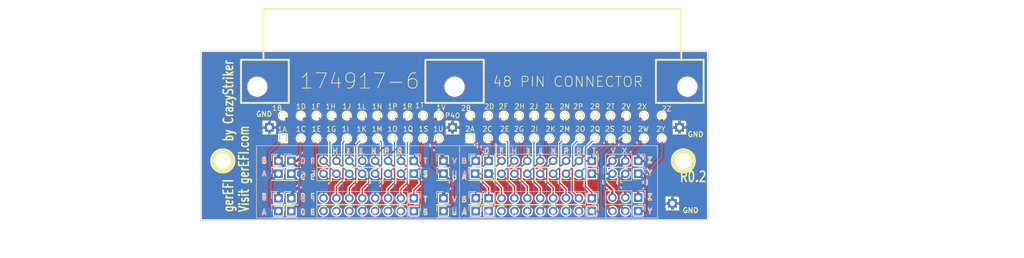
<source format=kicad_pcb>
(kicad_pcb (version 20171130) (host pcbnew "(5.1.2)-1")
  (title_block (title "ECU adapter") (date 2017-02-05) (rev R0.2) (company DAECU))
  (layers (0 F.Cu signal) (31 B.Cu signal) (34 B.Paste user) (35 F.Paste user) (36 B.SilkS user) (37 F.SilkS user) (38 B.Mask user) (39 F.Mask user) (44 Edge.Cuts user))
  (net 0 "")
  (net 1 GND)
  (net 2 "Net-(P1-Pad1)")
  (net 3 "Net-(P1-Pad2)")
  (net 4 "Net-(P1-Pad3)")
  (net 5 "Net-(P10-Pad1)")
  (net 6 "Net-(P11-Pad1)")
  (net 7 "Net-(P12-Pad1)")
  (net 8 "Net-(P14-Pad1)")
  (net 9 "Net-(P14-Pad2)")
  (net 10 "Net-(P14-Pad3)")
  (net 11 "Net-(P15-Pad1)")
  (net 12 "Net-(P16-Pad1)")
  (net 13 "Net-(P17-Pad1)")
  (net 14 "Net-(P18-Pad1)")
  (net 15 "Net-(P19-Pad1)")
  (net 16 "Net-(P20-Pad1)")
  (net 17 "Net-(P21-Pad1)")
  (net 18 "Net-(P25-Pad45)")
  (net 19 "Net-(P25-Pad37)")
  (net 20 "Net-(P25-Pad38)")
  (net 21 "Net-(P25-Pad46)")
  (net 22 "Net-(P25-Pad48)")
  (net 23 "Net-(P25-Pad40)")
  (net 24 "Net-(P25-Pad39)")
  (net 25 "Net-(P25-Pad47)")
  (net 26 "Net-(P25-Pad43)")
  (net 27 "Net-(P25-Pad35)")
  (net 28 "Net-(P25-Pad36)")
  (net 29 "Net-(P25-Pad44)")
  (net 30 "Net-(P25-Pad42)")
  (net 31 "Net-(P25-Pad34)")
  (net 32 "Net-(P25-Pad33)")
  (net 33 "Net-(P25-Pad41)")
  (net 34 "Net-(P25-Pad21)")
  (net 35 "Net-(P25-Pad29)")
  (net 36 "Net-(P25-Pad22)")
  (net 37 "Net-(P25-Pad30)")
  (net 38 "Net-(P25-Pad24)")
  (net 39 "Net-(P25-Pad32)")
  (net 40 "Net-(P25-Pad23)")
  (net 41 "Net-(P25-Pad31)")
  (net 42 "Net-(P25-Pad19)")
  (net 43 "Net-(P25-Pad27)")
  (net 44 "Net-(P25-Pad20)")
  (net 45 "Net-(P25-Pad28)")
  (net 46 "Net-(P25-Pad18)")
  (net 47 "Net-(P25-Pad26)")
  (net 48 "Net-(P25-Pad17)")
  (net 49 "Net-(P25-Pad25)")
  (net 50 "Net-(P25-Pad1Q)")
  (net 51 "Net-(P26-Pad2)")
  (net 52 "Net-(P25-Pad1S)")
  (net 53 "Net-(P25-Pad1T)")
  (net 54 "Net-(P25-Pad1U)")
  (net 55 "Net-(P25-Pad1V)")
  (net 56 "Net-(P25-Pad2A)")
  (net 57 "Net-(P25-Pad2B)")
  (net 58 "Net-(P25-Pad2J)")
  (net 59 "Net-(P25-Pad2I)")
  (net 60 "Net-(P25-Pad2H)")
  (net 61 "Net-(P25-Pad2G)")
  (net 62 "Net-(P25-Pad2F)")
  (net 63 "Net-(P25-Pad2E)")
  (net 64 "Net-(P25-Pad2D)")
  (net 65 "Net-(P25-Pad2C)")
  (net 66 "Net-(P25-Pad2K)")
  (net 67 "Net-(P25-Pad2L)")
  (net 68 "Net-(P25-Pad2M)")
  (net 69 "Net-(P25-Pad2N)")
  (net 70 "Net-(P25-Pad2O)")
  (net 71 "Net-(P25-Pad2P)")
  (net 72 "Net-(P25-Pad2Q)")
  (net 73 "Net-(P25-Pad2R)")
  (net 74 "Net-(P25-Pad2Z)")
  (net 75 "Net-(P25-Pad2Y)")
  (net 76 "Net-(P25-Pad2X)")
  (net 77 "Net-(P25-Pad2W)")
  (net 78 "Net-(P25-Pad2V)")
  (net 79 "Net-(P25-Pad2U)")
  (net 80 "Net-(P25-Pad2T)")
  (net 81 "Net-(P25-Pad2S)")
  (module Connector_PinHeader_2.54mm:PinHeader_1x03_P2.54mm_Vertical (layer F.Cu) (at 139.7 69.469 270)
    (fp_text reference P2 hide)
    (fp_text value CONN_3)
    (pad 3 thru_hole oval (at 0 5.08 270) (size 1.7 1.7) (drill 1) (layers *.Cu *.Mask) (net 10 "Net-(P14-Pad3)"))
    (pad 2 thru_hole oval (at 0 2.54 270) (size 1.7 1.7) (drill 1) (layers *.Cu *.Mask) (net 9 "Net-(P14-Pad2)"))
    (pad 1 thru_hole rect (at 0 0 270) (size 1.7 1.7) (drill 1) (layers *.Cu *.Mask) (net 8 "Net-(P14-Pad1)"))
  )
  (module connector:174917 (layer F.Cu) (at 69.723 57.785)
    (fp_text reference P25 hide)
    (fp_text value 174917 hide)
    (fp_text user "48 PIN CONNECTOR" (at 56.134 -11.176) (layer F.SilkS) (effects (font (size 2 2))))
    (fp_text user 174917-6 (at 15.113 -11.303) (layer F.SilkS) (effects (font (size 3 3))))
    (fp_text user 2Z (at 75.565 -5.842) (layer F.SilkS))
    (fp_text user 2Y (at 74.422 -1.841) (layer F.SilkS))
    (fp_text user 2X (at 70.739 -6.294) (layer F.SilkS))
    (fp_text user 2W (at 70.993 -1.841) (layer F.SilkS))
    (fp_text user 2V (at 67.564 -6.294) (layer F.SilkS))
    (fp_text user 2U (at 67.691 -1.841) (layer F.SilkS))
    (fp_text user 2T (at 64.516 -6.294) (layer F.SilkS))
    (fp_text user 2S (at 64.389 -1.841) (layer F.SilkS))
    (fp_text user 2R (at 61.468 -6.294) (layer F.SilkS))
    (fp_text user 2Q (at 61.468 -1.841) (layer F.SilkS))
    (fp_text user 2P (at 58.166 -6.294) (layer F.SilkS))
    (fp_text user 2O (at 58.547 -1.841) (layer F.SilkS))
    (fp_text user 2N (at 55.499 -6.294) (layer F.SilkS))
    (fp_text user 2M (at 55.499 -1.841) (layer F.SilkS))
    (fp_text user 2L (at 52.451 -6.294) (layer F.SilkS))
    (fp_text user 2K (at 52.705 -1.841) (layer F.SilkS))
    (fp_text user 2J (at 49.403 -6.294) (layer F.SilkS))
    (fp_text user 2I (at 49.53 -1.841) (layer F.SilkS))
    (fp_text user 2H (at 46.609 -6.294) (layer F.SilkS))
    (fp_text user 2G (at 46.482 -1.841) (layer F.SilkS))
    (fp_text user 2F (at 43.434 -6.294) (layer F.SilkS))
    (fp_text user 2E (at 43.688 -1.841) (layer F.SilkS))
    (fp_text user 2D (at 40.64 -6.294) (layer F.SilkS))
    (fp_text user 2C (at 40.259 -1.841) (layer F.SilkS))
    (fp_text user 2B (at 36.068 -5.969) (layer F.SilkS))
    (fp_text user 2A (at 36.83 -1.841) (layer F.SilkS))
    (fp_text user 1V (at 31.115 -6.096) (layer F.SilkS))
    (fp_text user 1U (at 30.607 -1.841) (layer F.SilkS))
    (fp_text user 1T (at 26.924 -6.477) (layer F.SilkS))
    (fp_text user 1S (at 27.686 -1.841) (layer F.SilkS))
    (fp_text user 1R (at 24.511 -6.294) (layer F.SilkS))
    (fp_text user 1Q (at 24.638 -1.841) (layer F.SilkS))
    (fp_text user 1P (at 21.59 -6.294) (layer F.SilkS))
    (fp_text user 1O (at 21.59 -1.841) (layer F.SilkS))
    (fp_text user 1N (at 18.542 -6.294) (layer F.SilkS))
    (fp_text user 1M (at 18.542 -1.841) (layer F.SilkS))
    (fp_text user 1L (at 15.494 -6.294) (layer F.SilkS))
    (fp_text user 1K (at 15.494 -1.841) (layer F.SilkS))
    (fp_text user 1J (at 12.573 -6.294) (layer F.SilkS))
    (fp_text user 1I (at 12.319 -1.841) (layer F.SilkS))
    (fp_text user 1H (at 9.398 -6.294) (layer F.SilkS))
    (fp_text user 1G (at 9.525 -1.841) (layer F.SilkS))
    (fp_text user 1F (at 6.477 -6.294) (layer F.SilkS))
    (fp_text user 1E (at 6.604 -1.841) (layer F.SilkS))
    (fp_text user 1D (at 3.556 -6.294) (layer F.SilkS))
    (fp_text user 1C (at 3.556 -1.841) (layer F.SilkS))
    (fp_text user 1B (at -1.143 -5.969) (layer F.SilkS))
    (fp_text user 1A (at -0.127 -1.778) (layer F.SilkS))
    (pad 16 thru_hole circle (at 0.00254 -4.50088 180) (size 1.5 1.5) (drill 1.09982) (layers *.Cu *.Mask F.SilkS))
    (pad 13 thru_hole rect (at 0.00254 0) (size 1.5 1.5) (drill 1.09982) (layers *.Cu *.Mask F.SilkS))
    (pad 12 thru_hole circle (at 3.50012 0) (size 1.5 1.5) (drill 1.09982) (layers *.Cu *.Mask F.SilkS))
    (pad 15 thru_hole circle (at 3.50012 -4.50088 180) (size 1.5 1.5) (drill 1.09982) (layers *.Cu *.Mask F.SilkS))
    (pad 45 thru_hole circle (at 15.60068 -4.50088 180) (size 1.5 1.5) (drill 1.09982) (layers *.Cu *.Mask F.SilkS))
    (pad 37 thru_hole circle (at 15.60068 0) (size 1.5 1.5) (drill 1.09982) (layers *.Cu *.Mask F.SilkS))
    (pad 38 thru_hole circle (at 12.60094 0) (size 1.5 1.5) (drill 1.09982) (layers *.Cu *.Mask F.SilkS))
    (pad 46 thru_hole circle (at 12.60094 -4.50088 180) (size 1.5 1.5) (drill 1.09982) (layers *.Cu *.Mask F.SilkS))
    (pad 48 thru_hole circle (at 6.60146 -4.50088 180) (size 1.5 1.5) (drill 1.09982) (layers *.Cu *.Mask F.SilkS))
    (pad 40 thru_hole circle (at 6.60146 0) (size 1.5 1.5) (drill 1.09982) (layers *.Cu *.Mask F.SilkS))
    (pad 39 thru_hole circle (at 9.6012 0) (size 1.5 1.5) (drill 1.09982) (layers *.Cu *.Mask F.SilkS))
    (pad 47 thru_hole circle (at 9.6012 -4.50088 180) (size 1.5 1.5) (drill 1.09982) (layers *.Cu *.Mask F.SilkS))
    (pad 43 thru_hole circle (at 21.60016 -4.50088 180) (size 1.5 1.5) (drill 1.09982) (layers *.Cu *.Mask F.SilkS))
    (pad 35 thru_hole circle (at 21.60016 0) (size 1.5 1.5) (drill 1.09982) (layers *.Cu *.Mask F.SilkS))
    (pad 36 thru_hole circle (at 18.60042 0) (size 1.5 1.5) (drill 1.09982) (layers *.Cu *.Mask F.SilkS))
    (pad 44 thru_hole circle (at 18.60042 -4.50088 180) (size 1.5 1.5) (drill 1.09982) (layers *.Cu *.Mask F.SilkS))
    (pad 42 thru_hole circle (at 24.5999 -4.50088 180) (size 1.5 1.5) (drill 1.09982) (layers *.Cu *.Mask F.SilkS))
    (pad 34 thru_hole circle (at 24.5999 0) (size 1.5 1.5) (drill 1.09982) (layers *.Cu *.Mask F.SilkS))
    (pad 33 thru_hole circle (at 27.59964 0) (size 1.5 1.5) (drill 1.09982) (layers *.Cu *.Mask F.SilkS))
    (pad 41 thru_hole circle (at 27.59964 -4.50088 180) (size 1.5 1.5) (drill 1.09982) (layers *.Cu *.Mask F.SilkS))
    (pad 14 thru_hole circle (at 30.70098 -4.50088 180) (size 1.5 1.5) (drill 1.09982) (layers *.Cu *.Mask F.SilkS))
    (pad 11 thru_hole circle (at 30.70098 0) (size 1.5 1.5) (drill 1.09982) (layers *.Cu *.Mask F.SilkS))
    (pad 4 thru_hole circle (at 40.40124 0) (size 1.5 1.5) (drill 1.09982) (layers *.Cu *.Mask F.SilkS))
    (pad 9 thru_hole circle (at 40.40124 -4.50088 180) (size 1.5 1.5) (drill 1.09982) (layers *.Cu *.Mask F.SilkS))
    (pad 5 thru_hole rect (at 36.90112 0) (size 1.5 1.5) (drill 1.09982) (layers *.Cu *.Mask F.SilkS))
    (pad 10 thru_hole circle (at 36.90112 -4.50088 180) (size 1.5 1.5) (drill 1.09982) (layers *.Cu *.Mask F.SilkS))
    (pad 21 thru_hole circle (at 52.50434 0) (size 1.5 1.5) (drill 1.09982) (layers *.Cu *.Mask F.SilkS))
    (pad 29 thru_hole circle (at 52.50434 -4.50088 180) (size 1.5 1.5) (drill 1.09982) (layers *.Cu *.Mask F.SilkS))
    (pad 22 thru_hole circle (at 49.5046 0) (size 1.5 1.5) (drill 1.09982) (layers *.Cu *.Mask F.SilkS))
    (pad 30 thru_hole circle (at 49.5046 -4.50088 180) (size 1.5 1.5) (drill 1.09982) (layers *.Cu *.Mask F.SilkS))
    (pad 24 thru_hole circle (at 43.50512 0) (size 1.5 1.5) (drill 1.09982) (layers *.Cu *.Mask F.SilkS))
    (pad 32 thru_hole circle (at 43.50512 -4.50088 180) (size 1.5 1.5) (drill 1.09982) (layers *.Cu *.Mask F.SilkS))
    (pad 23 thru_hole circle (at 46.50486 0) (size 1.5 1.5) (drill 1.09982) (layers *.Cu *.Mask F.SilkS))
    (pad 31 thru_hole circle (at 46.50486 -4.50088 180) (size 1.5 1.5) (drill 1.09982) (layers *.Cu *.Mask F.SilkS))
    (pad 19 thru_hole circle (at 58.50382 0) (size 1.5 1.5) (drill 1.09982) (layers *.Cu *.Mask F.SilkS))
    (pad 27 thru_hole circle (at 58.50382 -4.50088 180) (size 1.5 1.5) (drill 1.09982) (layers *.Cu *.Mask F.SilkS))
    (pad 20 thru_hole circle (at 55.50408 0) (size 1.5 1.5) (drill 1.09982) (layers *.Cu *.Mask F.SilkS))
    (pad 28 thru_hole circle (at 55.50408 -4.50088 180) (size 1.5 1.5) (drill 1.09982) (layers *.Cu *.Mask F.SilkS))
    (pad 18 thru_hole circle (at 61.50356 0) (size 1.5 1.5) (drill 1.09982) (layers *.Cu *.Mask F.SilkS))
    (pad 26 thru_hole circle (at 61.50356 -4.50088 180) (size 1.5 1.5) (drill 1.09982) (layers *.Cu *.Mask F.SilkS))
    (pad 17 thru_hole circle (at 64.5033 0) (size 1.5 1.5) (drill 1.09982) (layers *.Cu *.Mask F.SilkS))
    (pad 25 thru_hole circle (at 64.5033 -4.50088 180) (size 1.5 1.5) (drill 1.09982) (layers *.Cu *.Mask F.SilkS))
    (pad 3 thru_hole circle (at 67.60464 0) (size 1.5 1.5) (drill 1.09982) (layers *.Cu *.Mask F.SilkS))
    (pad 8 thru_hole circle (at 67.60464 -4.50088 180) (size 1.5 1.5) (drill 1.09982) (layers *.Cu *.Mask F.SilkS))
    (pad 2 thru_hole circle (at 71.10476 0) (size 1.5 1.5) (drill 1.09982) (layers *.Cu *.Mask F.SilkS))
    (pad 7 thru_hole circle (at 71.10476 -4.50088 180) (size 1.5 1.5) (drill 1.09982) (layers *.Cu *.Mask F.SilkS))
    (pad "" thru_hole circle (at -5.04952 -10.20064) (size 3.50012 3.50012) (drill 3.50012) (layers *.Cu *.Mask F.SilkS))
    (pad "" thru_hole circle (at 33.80486 -10.20064) (size 3.50012 3.50012) (drill 3.50012) (layers *.Cu *.Mask F.SilkS))
    (pad 1 thru_hole circle (at 74.60488 0) (size 1.5 1.5) (drill 1.09982) (layers *.Cu *.Mask F.SilkS))
    (pad 6 thru_hole circle (at 74.60488 -4.50088 180) (size 1.5 1.5) (drill 1.09982) (layers *.Cu *.Mask F.SilkS))
    (pad "" thru_hole circle (at 79.6544 -10.20064) (size 3.50012 3.50012) (drill 3.50012) (layers *.Cu *.Mask F.SilkS))
  )
  (module 1pin (layer F.Cu) (at 57.88 62.23)
    (fp_text reference 1PIN hide)
    (fp_text value P*** hide)
    (pad 1 thru_hole circle (at 0 0) (size 4.064 4.064) (drill 3.048) (layers *.Cu *.Mask F.SilkS))
  )
  (module 1pin (layer F.Cu) (at 148.59 62.23)
    (fp_text reference 1PIN hide)
    (fp_text value P*** hide)
    (pad 1 thru_hole circle (at 0 0) (size 4.064 4.064) (drill 3.048) (layers *.Cu *.Mask F.SilkS))
  )
  (module Connector_PinHeader_2.54mm:PinHeader_1x03_P2.54mm_Vertical (layer F.Cu) (at 139.7 72.136 270)
    (fp_text reference P1 hide)
    (fp_text value CONN_3)
    (pad 1 thru_hole rect (at 0 0 270) (size 1.7 1.7) (drill 1) (layers *.Cu *.Mask) (net 2 "Net-(P1-Pad1)"))
    (pad 2 thru_hole oval (at 0 2.54 270) (size 1.7 1.7) (drill 1) (layers *.Cu *.Mask) (net 3 "Net-(P1-Pad2)"))
    (pad 3 thru_hole oval (at 0 5.08 270) (size 1.7 1.7) (drill 1) (layers *.Cu *.Mask) (net 4 "Net-(P1-Pad3)"))
  )
  (module Connector_PinHeader_2.54mm:PinHeader_1x01_P2.54mm_Vertical (layer F.Cu) (at 110.236 72.136)
    (fp_text reference P3 hide)
    (fp_text value CONN_1)
    (pad 1 thru_hole rect (at 0 0) (size 1.7 1.7) (drill 1) (layers *.Cu *.Mask) (net 11 "Net-(P15-Pad1)"))
  )
  (module Connector_PinHeader_2.54mm:PinHeader_1x01_P2.54mm_Vertical (layer F.Cu) (at 107.696 72.136)
    (fp_text reference P4 hide)
    (fp_text value CONN_1)
    (pad 1 thru_hole rect (at 0 0) (size 1.7 1.7) (drill 1) (layers *.Cu *.Mask) (net 12 "Net-(P16-Pad1)"))
  )
  (module Connector_PinHeader_2.54mm:PinHeader_1x01_P2.54mm_Vertical (layer F.Cu) (at 110.236 69.596)
    (fp_text reference P5 hide)
    (fp_text value CONN_1)
    (pad 1 thru_hole rect (at 0 0) (size 1.7 1.7) (drill 1) (layers *.Cu *.Mask) (net 13 "Net-(P17-Pad1)"))
  )
  (module Connector_PinHeader_2.54mm:PinHeader_1x01_P2.54mm_Vertical (layer F.Cu) (at 107.696 69.596)
    (fp_text reference P6 hide)
    (fp_text value CONN_1)
    (pad 1 thru_hole rect (at 0 0) (size 1.7 1.7) (drill 1) (layers *.Cu *.Mask) (net 14 "Net-(P18-Pad1)"))
  )
  (module Connector_PinHeader_2.54mm:PinHeader_1x01_P2.54mm_Vertical (layer F.Cu) (at 101.346 72.136)
    (fp_text reference P7 hide)
    (fp_text value CONN_1)
    (pad 1 thru_hole rect (at 0 0) (size 1.7 1.7) (drill 1) (layers *.Cu *.Mask) (net 15 "Net-(P19-Pad1)"))
  )
  (module Connector_PinHeader_2.54mm:PinHeader_1x01_P2.54mm_Vertical (layer F.Cu) (at 101.346 69.596)
    (fp_text reference P8 hide)
    (fp_text value CONN_1)
    (pad 1 thru_hole rect (at 0 0) (size 1.7 1.7) (drill 1) (layers *.Cu *.Mask) (net 16 "Net-(P20-Pad1)"))
  )
  (module Connector_PinHeader_2.54mm:PinHeader_1x01_P2.54mm_Vertical (layer F.Cu) (at 71.374 72.136)
    (fp_text reference P9 hide)
    (fp_text value CONN_1)
    (pad 1 thru_hole rect (at 0 0) (size 1.7 1.7) (drill 1) (layers *.Cu *.Mask) (net 17 "Net-(P21-Pad1)"))
  )
  (module Connector_PinHeader_2.54mm:PinHeader_1x01_P2.54mm_Vertical (layer F.Cu) (at 68.834 72.136)
    (fp_text reference P10 hide)
    (fp_text value CONN_1)
    (pad 1 thru_hole rect (at 0 0) (size 1.7 1.7) (drill 1) (layers *.Cu *.Mask) (net 5 "Net-(P10-Pad1)"))
  )
  (module Connector_PinHeader_2.54mm:PinHeader_1x01_P2.54mm_Vertical (layer F.Cu) (at 71.374 69.596)
    (fp_text reference P11 hide)
    (fp_text value CONN_1)
    (pad 1 thru_hole rect (at 0 0) (size 1.7 1.7) (drill 1) (layers *.Cu *.Mask) (net 6 "Net-(P11-Pad1)"))
  )
  (module Connector_PinHeader_2.54mm:PinHeader_1x01_P2.54mm_Vertical (layer F.Cu) (at 68.834 69.596)
    (fp_text reference P12 hide)
    (fp_text value CONN_1)
    (pad 1 thru_hole rect (at 0 0) (size 1.7 1.7) (drill 1) (layers *.Cu *.Mask) (net 7 "Net-(P12-Pad1)"))
  )
  (module Connector_PinHeader_2.54mm:PinHeader_1x03_P2.54mm_Vertical (layer F.Cu) (at 139.7 64.77 270)
    (fp_text reference P13 hide)
    (fp_text value CONN_3)
    (pad 3 thru_hole oval (at 0 5.08 270) (size 1.7 1.7) (drill 1) (layers *.Cu *.Mask) (net 4 "Net-(P1-Pad3)"))
    (pad 2 thru_hole oval (at 0 2.54 270) (size 1.7 1.7) (drill 1) (layers *.Cu *.Mask) (net 3 "Net-(P1-Pad2)"))
    (pad 1 thru_hole rect (at 0 0 270) (size 1.7 1.7) (drill 1) (layers *.Cu *.Mask) (net 2 "Net-(P1-Pad1)"))
  )
  (module Connector_PinHeader_2.54mm:PinHeader_1x03_P2.54mm_Vertical (layer F.Cu) (at 139.7 62.23 270)
    (fp_text reference P14 hide)
    (fp_text value CONN_3)
    (pad 1 thru_hole rect (at 0 0 270) (size 1.7 1.7) (drill 1) (layers *.Cu *.Mask) (net 8 "Net-(P14-Pad1)"))
    (pad 2 thru_hole oval (at 0 2.54 270) (size 1.7 1.7) (drill 1) (layers *.Cu *.Mask) (net 9 "Net-(P14-Pad2)"))
    (pad 3 thru_hole oval (at 0 5.08 270) (size 1.7 1.7) (drill 1) (layers *.Cu *.Mask) (net 10 "Net-(P14-Pad3)"))
  )
  (module Connector_PinHeader_2.54mm:PinHeader_1x01_P2.54mm_Vertical (layer F.Cu) (at 110.236 64.77)
    (fp_text reference P15 hide)
    (fp_text value CONN_1)
    (pad 1 thru_hole rect (at 0 0) (size 1.7 1.7) (drill 1) (layers *.Cu *.Mask) (net 11 "Net-(P15-Pad1)"))
  )
  (module Connector_PinHeader_2.54mm:PinHeader_1x01_P2.54mm_Vertical (layer F.Cu) (at 107.569 64.77)
    (fp_text reference P16 hide)
    (fp_text value CONN_1)
    (pad 1 thru_hole rect (at 0 0) (size 1.7 1.7) (drill 1) (layers *.Cu *.Mask) (net 12 "Net-(P16-Pad1)"))
  )
  (module Connector_PinHeader_2.54mm:PinHeader_1x01_P2.54mm_Vertical (layer F.Cu) (at 110.236 62.23)
    (fp_text reference P17 hide)
    (fp_text value CONN_1)
    (pad 1 thru_hole rect (at 0 0) (size 1.7 1.7) (drill 1) (layers *.Cu *.Mask) (net 13 "Net-(P17-Pad1)"))
  )
  (module Connector_PinHeader_2.54mm:PinHeader_1x01_P2.54mm_Vertical (layer F.Cu) (at 107.696 62.23)
    (fp_text reference P18 hide)
    (fp_text value CONN_1)
    (pad 1 thru_hole rect (at 0 0) (size 1.7 1.7) (drill 1) (layers *.Cu *.Mask) (net 14 "Net-(P18-Pad1)"))
  )
  (module Connector_PinHeader_2.54mm:PinHeader_1x01_P2.54mm_Vertical (layer F.Cu) (at 101.346 64.77)
    (fp_text reference P19 hide)
    (fp_text value CONN_1)
    (pad 1 thru_hole rect (at 0 0) (size 1.7 1.7) (drill 1) (layers *.Cu *.Mask) (net 15 "Net-(P19-Pad1)"))
  )
  (module Connector_PinHeader_2.54mm:PinHeader_1x01_P2.54mm_Vertical (layer F.Cu) (at 101.346 62.23)
    (fp_text reference P20 hide)
    (fp_text value CONN_1)
    (pad 1 thru_hole rect (at 0 0) (size 1.7 1.7) (drill 1) (layers *.Cu *.Mask) (net 16 "Net-(P20-Pad1)"))
  )
  (module Connector_PinHeader_2.54mm:PinHeader_1x01_P2.54mm_Vertical (layer F.Cu) (at 71.374 64.77)
    (fp_text reference P21 hide)
    (fp_text value CONN_1)
    (pad 1 thru_hole rect (at 0 0) (size 1.7 1.7) (drill 1) (layers *.Cu *.Mask) (net 17 "Net-(P21-Pad1)"))
  )
  (module Connector_PinHeader_2.54mm:PinHeader_1x01_P2.54mm_Vertical (layer F.Cu) (at 68.834 64.77)
    (fp_text reference P22 hide)
    (fp_text value CONN_1)
    (pad 1 thru_hole rect (at 0 0) (size 1.7 1.7) (drill 1) (layers *.Cu *.Mask) (net 5 "Net-(P10-Pad1)"))
  )
  (module Connector_PinHeader_2.54mm:PinHeader_1x01_P2.54mm_Vertical (layer F.Cu) (at 71.374 62.23)
    (fp_text reference P23 hide)
    (fp_text value CONN_1)
    (pad 1 thru_hole rect (at 0 0) (size 1.7 1.7) (drill 1) (layers *.Cu *.Mask) (net 6 "Net-(P11-Pad1)"))
  )
  (module Connector_PinHeader_2.54mm:PinHeader_1x01_P2.54mm_Vertical (layer F.Cu) (at 68.834 62.23)
    (fp_text reference P24 hide)
    (fp_text value CONN_1)
    (pad 1 thru_hole rect (at 0 0) (size 1.7 1.7) (drill 1) (layers *.Cu *.Mask) (net 7 "Net-(P12-Pad1)"))
  )
  (module Connector_PinHeader_2.54mm:PinHeader_1x08_P2.54mm_Vertical (layer F.Cu) (at 130.556 72.136 270)
    (fp_text reference P26 hide)
    (fp_text value CONN_8)
    (pad 1 thru_hole rect (at 0 0 270) (size 1.7 1.7) (drill 1) (layers *.Cu *.Mask) (net 50 "Net-(P25-Pad1Q)"))
    (pad 2 thru_hole oval (at 0 2.54 270) (size 1.7 1.7) (drill 1) (layers *.Cu *.Mask) (net 51 "Net-(P26-Pad2)"))
    (pad 3 thru_hole oval (at 0 5.08 270) (size 1.7 1.7) (drill 1) (layers *.Cu *.Mask) (net 52 "Net-(P25-Pad1S)"))
    (pad 4 thru_hole oval (at 0 7.62 270) (size 1.7 1.7) (drill 1) (layers *.Cu *.Mask) (net 53 "Net-(P25-Pad1T)"))
    (pad 5 thru_hole oval (at 0 10.16 270) (size 1.7 1.7) (drill 1) (layers *.Cu *.Mask) (net 54 "Net-(P25-Pad1U)"))
    (pad 6 thru_hole oval (at 0 12.7 270) (size 1.7 1.7) (drill 1) (layers *.Cu *.Mask) (net 55 "Net-(P25-Pad1V)"))
    (pad 7 thru_hole oval (at 0 15.24 270) (size 1.7 1.7) (drill 1) (layers *.Cu *.Mask) (net 56 "Net-(P25-Pad2A)"))
    (pad 8 thru_hole oval (at 0 17.78 270) (size 1.7 1.7) (drill 1) (layers *.Cu *.Mask) (net 57 "Net-(P25-Pad2B)"))
  )
  (module Connector_PinHeader_2.54mm:PinHeader_1x08_P2.54mm_Vertical (layer F.Cu) (at 130.556 69.596 270)
    (fp_text reference P27 hide)
    (fp_text value CONN_8)
    (pad 8 thru_hole oval (at 0 17.78 270) (size 1.7 1.7) (drill 1) (layers *.Cu *.Mask) (net 58 "Net-(P25-Pad2J)"))
    (pad 7 thru_hole oval (at 0 15.24 270) (size 1.7 1.7) (drill 1) (layers *.Cu *.Mask) (net 59 "Net-(P25-Pad2I)"))
    (pad 6 thru_hole oval (at 0 12.7 270) (size 1.7 1.7) (drill 1) (layers *.Cu *.Mask) (net 60 "Net-(P25-Pad2H)"))
    (pad 5 thru_hole oval (at 0 10.16 270) (size 1.7 1.7) (drill 1) (layers *.Cu *.Mask) (net 61 "Net-(P25-Pad2G)"))
    (pad 4 thru_hole oval (at 0 7.62 270) (size 1.7 1.7) (drill 1) (layers *.Cu *.Mask) (net 62 "Net-(P25-Pad2F)"))
    (pad 3 thru_hole oval (at 0 5.08 270) (size 1.7 1.7) (drill 1) (layers *.Cu *.Mask) (net 63 "Net-(P25-Pad2E)"))
    (pad 2 thru_hole oval (at 0 2.54 270) (size 1.7 1.7) (drill 1) (layers *.Cu *.Mask) (net 64 "Net-(P25-Pad2D)"))
    (pad 1 thru_hole rect (at 0 0 270) (size 1.7 1.7) (drill 1) (layers *.Cu *.Mask) (net 65 "Net-(P25-Pad2C)"))
  )
  (module Connector_PinHeader_2.54mm:PinHeader_1x08_P2.54mm_Vertical (layer F.Cu) (at 95.504 64.77 270)
    (fp_text reference P30 hide)
    (fp_text value CONN_8)
    (pad 1 thru_hole rect (at 0 0 270) (size 1.7 1.7) (drill 1) (layers *.Cu *.Mask) (net 66 "Net-(P25-Pad2K)"))
    (pad 2 thru_hole oval (at 0 2.54 270) (size 1.7 1.7) (drill 1) (layers *.Cu *.Mask) (net 67 "Net-(P25-Pad2L)"))
    (pad 3 thru_hole oval (at 0 5.08 270) (size 1.7 1.7) (drill 1) (layers *.Cu *.Mask) (net 68 "Net-(P25-Pad2M)"))
    (pad 4 thru_hole oval (at 0 7.62 270) (size 1.7 1.7) (drill 1) (layers *.Cu *.Mask) (net 69 "Net-(P25-Pad2N)"))
    (pad 5 thru_hole oval (at 0 10.16 270) (size 1.7 1.7) (drill 1) (layers *.Cu *.Mask) (net 70 "Net-(P25-Pad2O)"))
    (pad 6 thru_hole oval (at 0 12.7 270) (size 1.7 1.7) (drill 1) (layers *.Cu *.Mask) (net 71 "Net-(P25-Pad2P)"))
    (pad 7 thru_hole oval (at 0 15.24 270) (size 1.7 1.7) (drill 1) (layers *.Cu *.Mask) (net 72 "Net-(P25-Pad2Q)"))
    (pad 8 thru_hole oval (at 0 17.78 270) (size 1.7 1.7) (drill 1) (layers *.Cu *.Mask) (net 73 "Net-(P25-Pad2R)"))
  )
  (module Connector_PinHeader_2.54mm:PinHeader_1x08_P2.54mm_Vertical (layer F.Cu) (at 95.504 62.23 270)
    (fp_text reference P31 hide)
    (fp_text value CONN_8)
    (pad 8 thru_hole oval (at 0 17.78 270) (size 1.7 1.7) (drill 1) (layers *.Cu *.Mask) (net 74 "Net-(P25-Pad2Z)"))
    (pad 7 thru_hole oval (at 0 15.24 270) (size 1.7 1.7) (drill 1) (layers *.Cu *.Mask) (net 75 "Net-(P25-Pad2Y)"))
    (pad 6 thru_hole oval (at 0 12.7 270) (size 1.7 1.7) (drill 1) (layers *.Cu *.Mask) (net 76 "Net-(P25-Pad2X)"))
    (pad 5 thru_hole oval (at 0 10.16 270) (size 1.7 1.7) (drill 1) (layers *.Cu *.Mask) (net 77 "Net-(P25-Pad2W)"))
    (pad 4 thru_hole oval (at 0 7.62 270) (size 1.7 1.7) (drill 1) (layers *.Cu *.Mask) (net 78 "Net-(P25-Pad2V)"))
    (pad 3 thru_hole oval (at 0 5.08 270) (size 1.7 1.7) (drill 1) (layers *.Cu *.Mask) (net 79 "Net-(P25-Pad2U)"))
    (pad 2 thru_hole oval (at 0 2.54 270) (size 1.7 1.7) (drill 1) (layers *.Cu *.Mask) (net 80 "Net-(P25-Pad2T)"))
    (pad 1 thru_hole rect (at 0 0 270) (size 1.7 1.7) (drill 1) (layers *.Cu *.Mask) (net 81 "Net-(P25-Pad2S)"))
  )
  (module Connector_PinHeader_2.54mm:PinHeader_1x08_P2.54mm_Vertical (layer F.Cu) (at 130.556 64.77 270)
    (fp_text reference P32 hide)
    (fp_text value CONN_8)
    (pad 8 thru_hole oval (at 0 17.78 270) (size 1.7 1.7) (drill 1) (layers *.Cu *.Mask) (net 57 "Net-(P25-Pad2B)"))
    (pad 7 thru_hole oval (at 0 15.24 270) (size 1.7 1.7) (drill 1) (layers *.Cu *.Mask) (net 56 "Net-(P25-Pad2A)"))
    (pad 6 thru_hole oval (at 0 12.7 270) (size 1.7 1.7) (drill 1) (layers *.Cu *.Mask) (net 55 "Net-(P25-Pad1V)"))
    (pad 5 thru_hole oval (at 0 10.16 270) (size 1.7 1.7) (drill 1) (layers *.Cu *.Mask) (net 54 "Net-(P25-Pad1U)"))
    (pad 4 thru_hole oval (at 0 7.62 270) (size 1.7 1.7) (drill 1) (layers *.Cu *.Mask) (net 53 "Net-(P25-Pad1T)"))
    (pad 3 thru_hole oval (at 0 5.08 270) (size 1.7 1.7) (drill 1) (layers *.Cu *.Mask) (net 52 "Net-(P25-Pad1S)"))
    (pad 2 thru_hole oval (at 0 2.54 270) (size 1.7 1.7) (drill 1) (layers *.Cu *.Mask) (net 51 "Net-(P26-Pad2)"))
    (pad 1 thru_hole rect (at 0 0 270) (size 1.7 1.7) (drill 1) (layers *.Cu *.Mask) (net 50 "Net-(P25-Pad1Q)"))
  )
  (module Connector_PinHeader_2.54mm:PinHeader_1x08_P2.54mm_Vertical (layer F.Cu) (at 130.556 62.23 270)
    (fp_text reference P33 hide)
    (fp_text value CONN_8)
    (pad 1 thru_hole rect (at 0 0 270) (size 1.7 1.7) (drill 1) (layers *.Cu *.Mask) (net 65 "Net-(P25-Pad2C)"))
    (pad 2 thru_hole oval (at 0 2.54 270) (size 1.7 1.7) (drill 1) (layers *.Cu *.Mask) (net 64 "Net-(P25-Pad2D)"))
    (pad 3 thru_hole oval (at 0 5.08 270) (size 1.7 1.7) (drill 1) (layers *.Cu *.Mask) (net 63 "Net-(P25-Pad2E)"))
    (pad 4 thru_hole oval (at 0 7.62 270) (size 1.7 1.7) (drill 1) (layers *.Cu *.Mask) (net 62 "Net-(P25-Pad2F)"))
    (pad 5 thru_hole oval (at 0 10.16 270) (size 1.7 1.7) (drill 1) (layers *.Cu *.Mask) (net 61 "Net-(P25-Pad2G)"))
    (pad 6 thru_hole oval (at 0 12.7 270) (size 1.7 1.7) (drill 1) (layers *.Cu *.Mask) (net 60 "Net-(P25-Pad2H)"))
    (pad 7 thru_hole oval (at 0 15.24 270) (size 1.7 1.7) (drill 1) (layers *.Cu *.Mask) (net 59 "Net-(P25-Pad2I)"))
    (pad 8 thru_hole oval (at 0 17.78 270) (size 1.7 1.7) (drill 1) (layers *.Cu *.Mask) (net 58 "Net-(P25-Pad2J)"))
  )
  (module Connector_PinHeader_2.54mm:PinHeader_1x08_P2.54mm_Vertical (layer F.Cu) (at 95.504 72.136 270)
    (fp_text reference P36 hide)
    (fp_text value CONN_8)
    (pad 8 thru_hole oval (at 0 17.78 270) (size 1.7 1.7) (drill 1) (layers *.Cu *.Mask) (net 73 "Net-(P25-Pad2R)"))
    (pad 7 thru_hole oval (at 0 15.24 270) (size 1.7 1.7) (drill 1) (layers *.Cu *.Mask) (net 72 "Net-(P25-Pad2Q)"))
    (pad 6 thru_hole oval (at 0 12.7 270) (size 1.7 1.7) (drill 1) (layers *.Cu *.Mask) (net 71 "Net-(P25-Pad2P)"))
    (pad 5 thru_hole oval (at 0 10.16 270) (size 1.7 1.7) (drill 1) (layers *.Cu *.Mask) (net 70 "Net-(P25-Pad2O)"))
    (pad 4 thru_hole oval (at 0 7.62 270) (size 1.7 1.7) (drill 1) (layers *.Cu *.Mask) (net 69 "Net-(P25-Pad2N)"))
    (pad 3 thru_hole oval (at 0 5.08 270) (size 1.7 1.7) (drill 1) (layers *.Cu *.Mask) (net 68 "Net-(P25-Pad2M)"))
    (pad 2 thru_hole oval (at 0 2.54 270) (size 1.7 1.7) (drill 1) (layers *.Cu *.Mask) (net 67 "Net-(P25-Pad2L)"))
    (pad 1 thru_hole rect (at 0 0 270) (size 1.7 1.7) (drill 1) (layers *.Cu *.Mask) (net 66 "Net-(P25-Pad2K)"))
  )
  (module Connector_PinHeader_2.54mm:PinHeader_1x08_P2.54mm_Vertical (layer F.Cu) (at 95.504 69.596 270)
    (fp_text reference P37 hide)
    (fp_text value CONN_8)
    (pad 1 thru_hole rect (at 0 0 270) (size 1.7 1.7) (drill 1) (layers *.Cu *.Mask) (net 81 "Net-(P25-Pad2S)"))
    (pad 2 thru_hole oval (at 0 2.54 270) (size 1.7 1.7) (drill 1) (layers *.Cu *.Mask) (net 80 "Net-(P25-Pad2T)"))
    (pad 3 thru_hole oval (at 0 5.08 270) (size 1.7 1.7) (drill 1) (layers *.Cu *.Mask) (net 79 "Net-(P25-Pad2U)"))
    (pad 4 thru_hole oval (at 0 7.62 270) (size 1.7 1.7) (drill 1) (layers *.Cu *.Mask) (net 78 "Net-(P25-Pad2V)"))
    (pad 5 thru_hole oval (at 0 10.16 270) (size 1.7 1.7) (drill 1) (layers *.Cu *.Mask) (net 77 "Net-(P25-Pad2W)"))
    (pad 6 thru_hole oval (at 0 12.7 270) (size 1.7 1.7) (drill 1) (layers *.Cu *.Mask) (net 76 "Net-(P25-Pad2X)"))
    (pad 7 thru_hole oval (at 0 15.24 270) (size 1.7 1.7) (drill 1) (layers *.Cu *.Mask) (net 75 "Net-(P25-Pad2Y)"))
    (pad 8 thru_hole oval (at 0 17.78 270) (size 1.7 1.7) (drill 1) (layers *.Cu *.Mask) (net 74 "Net-(P25-Pad2Z)"))
  )
  (module Connector_PinHeader_2.54mm:PinHeader_1x01_P2.54mm_Vertical (layer F.Cu) (at 146.431 70.612)
    (fp_text reference P38 hide)
    (fp_text value CONN_1)
    (pad 1 thru_hole rect (at 0 0) (size 1.7 1.7) (drill 1) (layers *.Cu *.Mask) (net 1 GND))
  )
  (module Connector_PinHeader_2.54mm:PinHeader_1x01_P2.54mm_Vertical (layer F.Cu) (at 147.828 55.626)
    (fp_text reference P39 hide)
    (fp_text value CONN_1)
    (pad 1 thru_hole rect (at 0 0) (size 1.7 1.7) (drill 1) (layers *.Cu *.Mask) (net 1 GND))
  )
  (module Connector_PinHeader_2.54mm:PinHeader_1x01_P2.54mm_Vertical (layer F.Cu) (at 103.124 55.626)
    (fp_text reference P40 (at 0 -2.33) (layer F.SilkS))
    (fp_text value CONN_1)
    (pad 1 thru_hole rect (at 0 0) (size 1.7 1.7) (drill 1) (layers *.Cu *.Mask) (net 1 GND))
  )
  (module Connector_PinHeader_2.54mm:PinHeader_1x01_P2.54mm_Vertical (layer F.Cu) (at 67.056 55.626)
    (fp_text reference P41 hide)
    (fp_text value CONN_1)
    (pad 1 thru_hole rect (at 0 0) (size 1.7 1.7) (drill 1) (layers *.Cu *.Mask) (net 1 GND))
  )
  (gr_text "T\n" (at 131 60.25) (layer B.SilkS) (effects (font (size 1.016 1.016) (thickness 0.22352)) (justify mirror)))
  (gr_text V (at 134.75 60.25) (layer B.SilkS) (effects (font (size 1.016 1.016) (thickness 0.22352)) (justify mirror)))
  (gr_text D (at 109.855 60.175) (layer B.SilkS) (effects (font (size 1.016 1.016) (thickness 0.22352)) (justify mirror)))
  (gr_text F (at 112.75 60.175) (layer B.SilkS) (effects (font (size 1.016 1.016) (thickness 0.22352)) (justify mirror)))
  (gr_text H (at 115.25 60.25) (layer B.SilkS) (effects (font (size 1.016 1.016) (thickness 0.22352)) (justify mirror)))
  (gr_text J (at 118 60.175) (layer B.SilkS) (effects (font (size 1.016 1.016) (thickness 0.22352)) (justify mirror)))
  (gr_text L (at 120.5 60.175) (layer B.SilkS) (effects (font (size 1.016 1.016) (thickness 0.22352)) (justify mirror)))
  (gr_text N (at 123 60.175) (layer B.SilkS) (effects (font (size 1.016 1.016) (thickness 0.22352)) (justify mirror)))
  (gr_text P (at 125.5 60.175) (layer B.SilkS) (effects (font (size 1.016 1.016) (thickness 0.22352)) (justify mirror)))
  (gr_text R (at 128 60.25) (layer B.SilkS) (effects (font (size 1.016 1.016) (thickness 0.22352)) (justify mirror)))
  (gr_text J (at 82.55 60.175) (layer B.SilkS) (effects (font (size 1.016 1.016) (thickness 0.22352)) (justify mirror)))
  (gr_text H (at 80.01 60.175) (layer B.SilkS) (effects (font (size 1.016 1.016) (thickness 0.22352)) (justify mirror)))
  (gr_text L (at 85.09 60.175) (layer B.SilkS) (effects (font (size 1.016 1.016) (thickness 0.22352)) (justify mirror)))
  (gr_text N (at 87.63 60.175) (layer B.SilkS) (effects (font (size 1.016 1.016) (thickness 0.22352)) (justify mirror)))
  (gr_text P (at 90.17 60.175) (layer B.SilkS) (effects (font (size 1.016 1.016) (thickness 0.22352)) (justify mirror)))
  (gr_text R (at 92.71 60.175) (layer B.SilkS) (effects (font (size 1.016 1.016) (thickness 0.22352)) (justify mirror)))
  (gr_text X (at 137 60.25) (layer B.SilkS) (effects (font (size 1.016 1.016) (thickness 0.22352)) (justify mirror)))
  (gr_line (start 64.5 59.25) (end 64.5 73.5) (layer B.SilkS) (width 0.1))
  (gr_line (start 104.5 73.5) (end 104.5 59.25) (layer B.SilkS) (width 0.1))
  (gr_line (start 143.5 73.5) (end 104.5 73.5) (layer B.SilkS) (width 0.1))
  (gr_line (start 104.5 59.25) (end 143.5 59.25) (layer B.SilkS) (width 0.1))
  (gr_line (start 143.5 59.25) (end 143.5 73.5) (layer B.SilkS) (width 0.1))
  (gr_line (start 64.5 73.5) (end 104.5 73.5) (layer B.SilkS) (width 0.1))
  (gr_line (start 104.5 59.25) (end 64.5 59.25) (layer B.SilkS) (width 0.1))
  (gr_text "T\n" (at 131 72.5) (layer B.SilkS) (effects (font (size 1.016 1.016) (thickness 0.22352)) (justify mirror)))
  (gr_text V (at 134.75 72.5) (layer B.SilkS) (effects (font (size 1.016 1.016) (thickness 0.22352)) (justify mirror)))
  (gr_text D (at 109.855 72.425) (layer B.SilkS) (effects (font (size 1.016 1.016) (thickness 0.22352)) (justify mirror)))
  (gr_text F (at 112.75 72.425) (layer B.SilkS) (effects (font (size 1.016 1.016) (thickness 0.22352)) (justify mirror)))
  (gr_text H (at 115.25 72.5) (layer B.SilkS) (effects (font (size 1.016 1.016) (thickness 0.22352)) (justify mirror)))
  (gr_text J (at 118 72.425) (layer B.SilkS) (effects (font (size 1.016 1.016) (thickness 0.22352)) (justify mirror)))
  (gr_text L (at 120.5 72.425) (layer B.SilkS) (effects (font (size 1.016 1.016) (thickness 0.22352)) (justify mirror)))
  (gr_text N (at 123 72.425) (layer B.SilkS) (effects (font (size 1.016 1.016) (thickness 0.22352)) (justify mirror)))
  (gr_text P (at 125.5 72.425) (layer B.SilkS) (effects (font (size 1.016 1.016) (thickness 0.22352)) (justify mirror)))
  (gr_text Z (at 142 69.5) (layer B.SilkS) (effects (font (size 1.016 1.016) (thickness 0.22352)) (justify mirror)))
  (gr_text Y (at 142 72) (layer B.SilkS) (effects (font (size 1.016 1.016) (thickness 0.22352)) (justify mirror)))
  (gr_text Y (at 142 64.75) (layer B.SilkS) (effects (font (size 1.016 1.016) (thickness 0.22352)) (justify mirror)))
  (gr_text Z (at 142 62.25) (layer B.SilkS) (effects (font (size 1.016 1.016) (thickness 0.22352)) (justify mirror)))
  (gr_text R (at 128 72.5) (layer B.SilkS) (effects (font (size 1.016 1.016) (thickness 0.22352)) (justify mirror)))
  (gr_text E (at 75.75 64.75) (layer B.SilkS) (effects (font (size 1.016 1.016) (thickness 0.22352)) (justify mirror)))
  (gr_text V (at 103.5 69.75) (layer B.SilkS) (effects (font (size 1.016 1.016) (thickness 0.22352)) (justify mirror)))
  (gr_text B (at 105.41 69.75) (layer B.SilkS) (effects (font (size 1.016 1.016) (thickness 0.22352)) (justify mirror)))
  (gr_text B (at 66 62) (layer B.SilkS) (effects (font (size 1.016 1.016) (thickness 0.22352)) (justify mirror)))
  (gr_text C (at 73.75 65) (layer B.SilkS) (effects (font (size 1.016 1.016) (thickness 0.22352)) (justify mirror)))
  (gr_text F (at 75.565 62.25) (layer B.SilkS) (effects (font (size 1.016 1.016) (thickness 0.22352)) (justify mirror)))
  (gr_text J (at 82.55 72.425) (layer B.SilkS) (effects (font (size 1.016 1.016) (thickness 0.22352)) (justify mirror)))
  (gr_text C (at 73.66 72.25) (layer B.SilkS) (effects (font (size 1.016 1.016) (thickness 0.22352)) (justify mirror)))
  (gr_text D (at 73.66 69.75) (layer B.SilkS) (effects (font (size 1.016 1.016) (thickness 0.22352)) (justify mirror)))
  (gr_text B (at 105.41 62.25) (layer B.SilkS) (effects (font (size 1.016 1.016) (thickness 0.22352)) (justify mirror)))
  (gr_text F (at 75.565 69.75) (layer B.SilkS) (effects (font (size 1.016 1.016) (thickness 0.22352)) (justify mirror)))
  (gr_text E (at 75.565 72.25) (layer B.SilkS) (effects (font (size 1.016 1.016) (thickness 0.22352)) (justify mirror)))
  (gr_text H (at 80.01 72.425) (layer B.SilkS) (effects (font (size 1.016 1.016) (thickness 0.22352)) (justify mirror)))
  (gr_text U (at 103.505 64.75) (layer B.SilkS) (effects (font (size 1.016 1.016) (thickness 0.22352)) (justify mirror)))
  (gr_text U (at 103.5 72) (layer B.SilkS) (effects (font (size 1.016 1.016) (thickness 0.22352)) (justify mirror)))
  (gr_text L (at 85.09 72.425) (layer B.SilkS) (effects (font (size 1.016 1.016) (thickness 0.22352)) (justify mirror)))
  (gr_text A (at 105.5 64.75) (layer B.SilkS) (effects (font (size 1.016 1.016) (thickness 0.22352)) (justify mirror)))
  (gr_text A (at 105.5 72) (layer B.SilkS) (effects (font (size 1.016 1.016) (thickness 0.22352)) (justify mirror)))
  (gr_text V (at 103.5 62.25) (layer B.SilkS) (effects (font (size 1.016 1.016) (thickness 0.22352)) (justify mirror)))
  (gr_text S (at 97.79 65) (layer B.SilkS) (effects (font (size 1.016 1.016) (thickness 0.22352)) (justify mirror)))
  (gr_text T (at 97.75 69.75) (layer B.SilkS) (effects (font (size 1.016 1.016) (thickness 0.22352)) (justify mirror)))
  (gr_text T (at 97.75 62.25) (layer B.SilkS) (effects (font (size 1.016 1.016) (thickness 0.22352)) (justify mirror)))
  (gr_text N (at 87.63 72.425) (layer B.SilkS) (effects (font (size 1.016 1.016) (thickness 0.22352)) (justify mirror)))
  (gr_text P (at 90.17 72.425) (layer B.SilkS) (effects (font (size 1.016 1.016) (thickness 0.22352)) (justify mirror)))
  (gr_text S (at 97.79 72.25) (layer B.SilkS) (effects (font (size 1.016 1.016) (thickness 0.22352)) (justify mirror)))
  (gr_text A (at 66 64.75) (layer B.SilkS) (effects (font (size 1.016 1.016) (thickness 0.22352)) (justify mirror)))
  (gr_text "A\n" (at 66 72.25) (layer B.SilkS) (effects (font (size 1.016 1.016) (thickness 0.22352)) (justify mirror)))
  (gr_text "B\n" (at 66.04 69.5) (layer B.SilkS) (effects (font (size 1.016 1.016) (thickness 0.22352)) (justify mirror)))
  (gr_text D (at 73.66 62.25) (layer B.SilkS) (effects (font (size 1.016 1.016) (thickness 0.22352)) (justify mirror)))
  (gr_text R (at 92.71 72.425) (layer B.SilkS) (effects (font (size 1.016 1.016) (thickness 0.22352)) (justify mirror)))
  (gr_text X (at 137 72.5) (layer B.SilkS) (effects (font (size 1.016 1.016) (thickness 0.22352)) (justify mirror)))
  (gr_line (start 64.5 59.25) (end 104.5 59.25) (layer F.SilkS) (width 0.1))
  (gr_line (start 64.5 73.5) (end 64.5 59.25) (layer F.SilkS) (width 0.1))
  (gr_line (start 104.5 73.5) (end 64.5 73.5) (layer F.SilkS) (width 0.1))
  (gr_line (start 143.5 59.25) (end 104.5 59.25) (layer F.SilkS) (width 0.1))
  (gr_line (start 143.5 73.5) (end 143.5 59.25) (layer F.SilkS) (width 0.1))
  (gr_line (start 104.5 73.5) (end 143.5 73.5) (layer F.SilkS) (width 0.1))
  (gr_line (start 104.5 59.25) (end 104.5 73.5) (layer F.SilkS) (width 0.1))
  (gr_text X (at 137 60.25) (layer F.SilkS) (effects (font (size 1.016 1.016) (thickness 0.22352))))
  (gr_text V (at 134.75 60.25) (layer F.SilkS) (effects (font (size 1.016 1.016) (thickness 0.22352))))
  (gr_text "T\n" (at 131 60.25) (layer F.SilkS) (effects (font (size 1.016 1.016) (thickness 0.22352))))
  (gr_text Y (at 142 64.5) (layer F.SilkS) (effects (font (size 1.016 1.016) (thickness 0.22352))))
  (gr_text Z (at 142 62) (layer F.SilkS) (effects (font (size 1.016 1.016) (thickness 0.22352))))
  (gr_text Z (at 142 69.25) (layer F.SilkS) (effects (font (size 1.016 1.016) (thickness 0.22352))))
  (gr_text Y (at 142 72.25) (layer F.SilkS) (effects (font (size 1.016 1.016) (thickness 0.22352))))
  (gr_text R (at 128 60.25) (layer F.SilkS) (effects (font (size 1.016 1.016) (thickness 0.22352))))
  (gr_text P (at 125.5 60.325) (layer F.SilkS) (effects (font (size 1.016 1.016) (thickness 0.22352))))
  (gr_text GND (at 66 53) (layer F.SilkS) (effects (font (size 1 1) (thickness 0.2))))
  (gr_text GND (at 150 72) (layer F.SilkS) (effects (font (size 1 1) (thickness 0.2))))
  (gr_text GND (at 151 57) (layer F.SilkS) (effects (font (size 1 1) (thickness 0.2))))
  (gr_poly (pts (xy 153.5 40.5) (xy 53.5 40.5) (xy 53.5 74) (xy 153.5 74)) (layer Edge.Cuts) (width 0.1))
  (gr_text "R0.2\n\n" (at 150.5 67) (layer F.SilkS) (effects (font (size 2.032 1.524) (thickness 0.3048))))
  (gr_text N (at 123 60.325) (layer F.SilkS) (effects (font (size 1.016 1.016) (thickness 0.22352))))
  (gr_text L (at 120.5 60.325) (layer F.SilkS) (effects (font (size 1.016 1.016) (thickness 0.22352))))
  (gr_text J (at 118 60.325) (layer F.SilkS) (effects (font (size 1.016 1.016) (thickness 0.22352))))
  (gr_text H (at 115.25 60.25) (layer F.SilkS) (effects (font (size 1.016 1.016) (thickness 0.22352))))
  (gr_text F (at 112.75 60.325) (layer F.SilkS) (effects (font (size 1.016 1.016) (thickness 0.22352))))
  (gr_text D (at 109.855 60.325) (layer F.SilkS) (effects (font (size 1.016 1.016) (thickness 0.22352))))
  (gr_text R (at 92.71 60.325) (layer F.SilkS) (effects (font (size 1.016 1.016) (thickness 0.22352))))
  (gr_text P (at 90.17 60.325) (layer F.SilkS) (effects (font (size 1.016 1.016) (thickness 0.22352))))
  (gr_text N (at 87.63 60.325) (layer F.SilkS) (effects (font (size 1.016 1.016) (thickness 0.22352))))
  (gr_text L (at 85.09 60.325) (layer F.SilkS) (effects (font (size 1.016 1.016) (thickness 0.22352))))
  (gr_text J (at 82.55 60.325) (layer F.SilkS) (effects (font (size 1.016 1.016) (thickness 0.22352))))
  (gr_text H (at 80.01 60.325) (layer F.SilkS) (effects (font (size 1.016 1.016) (thickness 0.22352))))
  (gr_text T (at 97.79 62.23) (layer F.SilkS) (effects (font (size 1.016 1.016) (thickness 0.22352))))
  (gr_text T (at 97.79 69.85) (layer F.SilkS) (effects (font (size 1.016 1.016) (thickness 0.22352))))
  (gr_text S (at 97.79 64.77) (layer F.SilkS) (effects (font (size 1.016 1.016) (thickness 0.22352))))
  (gr_text S (at 97.79 72.39) (layer F.SilkS) (effects (font (size 1.016 1.016) (thickness 0.22352))))
  (gr_text V (at 103.505 69.85) (layer F.SilkS) (effects (font (size 1.016 1.016) (thickness 0.22352))))
  (gr_text V (at 103.505 62.23) (layer F.SilkS) (effects (font (size 1.016 1.016) (thickness 0.22352))))
  (gr_text B (at 105.41 62.23) (layer F.SilkS) (effects (font (size 1.016 1.016) (thickness 0.22352))))
  (gr_text B (at 105.41 69.85) (layer F.SilkS) (effects (font (size 1.016 1.016) (thickness 0.22352))))
  (gr_text A (at 105.41 65.405) (layer F.SilkS) (effects (font (size 1.016 1.016) (thickness 0.22352))))
  (gr_text A (at 105.41 72.39) (layer F.SilkS) (effects (font (size 1.016 1.016) (thickness 0.22352))))
  (gr_text U (at 103.505 65.405) (layer F.SilkS) (effects (font (size 1.016 1.016) (thickness 0.22352))))
  (gr_text U (at 103.505 72.39) (layer F.SilkS) (effects (font (size 1.016 1.016) (thickness 0.22352))))
  (gr_text E (at 75.565 65.405) (layer F.SilkS) (effects (font (size 1.016 1.016) (thickness 0.22352))))
  (gr_text F (at 75.565 62.23) (layer F.SilkS) (effects (font (size 1.016 1.016) (thickness 0.22352))))
  (gr_text D (at 73.66 62.23) (layer F.SilkS) (effects (font (size 1.016 1.016) (thickness 0.22352))))
  (gr_text C (at 73.66 65.405) (layer F.SilkS) (effects (font (size 1.016 1.016) (thickness 0.22352))))
  (gr_text F (at 75.565 69.215) (layer F.SilkS) (effects (font (size 1.016 1.016) (thickness 0.22352))))
  (gr_text E (at 75.565 72.39) (layer F.SilkS) (effects (font (size 1.016 1.016) (thickness 0.22352))))
  (gr_text D (at 73.66 69.215) (layer F.SilkS) (effects (font (size 1.016 1.016) (thickness 0.22352))))
  (gr_text C (at 73.66 72.39) (layer F.SilkS) (effects (font (size 1.016 1.016) (thickness 0.22352))))
  (gr_text B (at 66.04 69.215) (layer F.SilkS) (effects (font (size 1.016 1.016) (thickness 0.22352))))
  (gr_text "B\n" (at 66.04 62.23) (layer F.SilkS) (effects (font (size 1.016 1.016) (thickness 0.22352))))
  (gr_text "A\n" (at 66.04 64.77) (layer F.SilkS) (effects (font (size 1.016 1.016) (thickness 0.22352))))
  (gr_text A (at 66.04 72.39) (layer F.SilkS) (effects (font (size 1.016 1.016) (thickness 0.22352))))
  (gr_text "gerEFI       by CrazyStriker\nVisit gerEFI.com" (at 60.5 72.5 90) (layer F.SilkS) (effects (font (size 1.9 1.4) (thickness 0.3048)) (justify left)))
  (segment (start 141.058001 66.128001) (end 139.7 64.77) (width 0.508) (layer B.Cu) (net 2))
  (segment (start 141.058001 72.135999) (end 141.058001 66.128001) (width 0.508) (layer B.Cu) (net 2))
  (segment (start 139.7 72.136) (end 141.058001 72.135999) (width 0.508) (layer B.Cu) (net 2))
  (segment (start 144.32788 58.598611) (end 144.32788 57.785) (width 0.508) (layer B.Cu) (net 2))
  (segment (start 144.32788 61.50012) (end 144.32788 58.598611) (width 0.508) (layer B.Cu) (net 2))
  (segment (start 141.058 64.77) (end 144.32788 61.50012) (width 0.508) (layer B.Cu) (net 2))
  (segment (start 139.7 64.77) (end 141.058 64.77) (width 0.508) (layer B.Cu) (net 2))
  (segment (start 135.928999 66.001001) (end 136.310001 65.619999) (width 0.508) (layer B.Cu) (net 3))
  (segment (start 136.310001 65.619999) (end 137.16 64.77) (width 0.508) (layer B.Cu) (net 3))
  (segment (start 137.16 72.136) (end 135.928999 70.904999) (width 0.508) (layer B.Cu) (net 3))
  (segment (start 140.252451 58.360309) (end 140.82776 57.785) (width 0.508) (layer B.Cu) (net 3))
  (segment (start 138.468999 60.143761) (end 140.252451 58.360309) (width 0.508) (layer B.Cu) (net 3))
  (segment (start 135.928999 67.983999) (end 135.928999 66.001001) (width 0.508) (layer B.Cu) (net 3))
  (segment (start 135.928999 70.904999) (end 135.928999 67.983999) (width 0.254) (layer B.Cu) (net 3))
  (segment (start 138.468999 63.461001) (end 138.468999 60.143761) (width 0.254) (layer B.Cu) (net 3))
  (segment (start 137.16 64.77) (end 138.468999 63.461001) (width 0.508) (layer B.Cu) (net 3))
  (segment (start 134.366 72.136) (end 133.096 70.866) (width 0.508) (layer B.Cu) (net 4))
  (segment (start 133.096 70.866) (end 133.096 66.294) (width 0.508) (layer B.Cu) (net 4))
  (segment (start 133.096 66.294) (end 134.62 64.77) (width 0.508) (layer B.Cu) (net 4))
  (segment (start 134.62 72.136) (end 134.366 72.136) (width 0.508) (layer B.Cu) (net 4))
  (segment (start 133.261999 64.61408) (end 133.261999 61.03703) (width 0.508) (layer B.Cu) (net 4))
  (segment (start 133.417919 64.77) (end 133.261999 64.61408) (width 0.508) (layer B.Cu) (net 4))
  (segment (start 136.514029 57.785) (end 137.32764 57.785) (width 0.508) (layer B.Cu) (net 4))
  (segment (start 133.261999 61.03703) (end 136.514029 57.785) (width 0.508) (layer B.Cu) (net 4))
  (segment (start 134.62 64.77) (end 133.417919 64.77) (width 0.508) (layer B.Cu) (net 4))
  (segment (start 68.58 72.136) (end 67.31 70.866) (width 0.508) (layer B.Cu) (net 5))
  (segment (start 67.31 70.866) (end 67.31 66.294) (width 0.508) (layer B.Cu) (net 5))
  (segment (start 67.31 66.294) (end 68.834 64.77) (width 0.508) (layer B.Cu) (net 5))
  (segment (start 68.834 72.136) (end 68.58 72.136) (width 0.508) (layer B.Cu) (net 5))
  (segment (start 68.326 64.77) (end 67.056 63.5) (width 0.508) (layer B.Cu) (net 5))
  (segment (start 67.056 63.5) (end 67.056 60.50534) (width 0.508) (layer B.Cu) (net 5))
  (segment (start 67.056 60.50534) (end 69.77634 57.785) (width 0.508) (layer B.Cu) (net 5))
  (segment (start 68.834 64.77) (end 68.326 64.77) (width 0.508) (layer B.Cu) (net 5))
  (segment (start 71.374 68.834) (end 73.152 67.056) (width 0.508) (layer F.Cu) (net 6))
  (segment (start 73.152 67.056) (end 73.152 64.008) (width 0.508) (layer F.Cu) (net 6))
  (segment (start 73.152 64.008) (end 71.374 62.23) (width 0.508) (layer F.Cu) (net 6))
  (segment (start 71.374 69.596) (end 71.374 68.834) (width 0.508) (layer F.Cu) (net 6))
  (segment (start 71.374 62.23) (end 71.882 62.23) (width 0.508) (layer F.Cu) (net 6))
  (segment (start 72.478 62.23) (end 74.8 59.908) (width 0.508) (layer F.Cu) (net 6))
  (segment (start 71.374 62.23) (end 72.478 62.23) (width 0.508) (layer F.Cu) (net 6))
  (segment (start 74.8 54.861) (end 73.22312 53.28412) (width 0.508) (layer F.Cu) (net 6))
  (segment (start 74.8 59.908) (end 74.8 54.861) (width 0.508) (layer F.Cu) (net 6))
  (segment (start 68.834 68.58) (end 70.104 67.31) (width 0.508) (layer F.Cu) (net 7))
  (segment (start 68.834 69.596) (end 68.834 68.58) (width 0.508) (layer F.Cu) (net 7))
  (segment (start 70.104 67.31) (end 70.104 63.5) (width 0.254) (layer F.Cu) (net 7))
  (segment (start 70.104 63.5) (end 68.834 62.23) (width 0.508) (layer F.Cu) (net 7))
  (segment (start 68.834 61.214) (end 71.374 58.674) (width 0.508) (layer F.Cu) (net 7))
  (segment (start 71.374 54.88178) (end 69.77634 53.28412) (width 0.508) (layer F.Cu) (net 7))
  (segment (start 68.834 62.23) (end 68.834 61.214) (width 0.508) (layer F.Cu) (net 7))
  (segment (start 71.374 58.674) (end 71.374 54.88178) (width 0.508) (layer F.Cu) (net 7))
  (segment (start 144.32788 54.097731) (end 144.32788 53.28412) (width 0.508) (layer F.Cu) (net 8))
  (segment (start 139.7 62.23) (end 139.7 60.872) (width 0.508) (layer F.Cu) (net 8))
  (segment (start 141.058001 66.752999) (end 141.058 62.23) (width 0.508) (layer F.Cu) (net 8))
  (segment (start 139.7 68.111) (end 141.058001 66.752999) (width 0.508) (layer F.Cu) (net 8))
  (segment (start 141.058 62.23) (end 139.7 62.23) (width 0.508) (layer F.Cu) (net 8))
  (segment (start 139.7 69.469) (end 139.7 68.111) (width 0.508) (layer F.Cu) (net 8))
  (segment (start 143.072379 57.499621) (end 139.7 60.872) (width 0.503) (layer F.Cu) (net 8))
  (segment (start 143.072379 55.600281) (end 143.072379 57.499621) (width 0.503) (layer F.Cu) (net 8))
  (segment (start 144.32788 54.34478) (end 143.072379 55.600281) (width 0.503) (layer F.Cu) (net 8))
  (segment (start 144.32788 53.28412) (end 144.32788 54.34478) (width 0.503) (layer F.Cu) (net 8))
  (segment (start 137.16 67.818) (end 135.89 66.548) (width 0.508) (layer F.Cu) (net 9))
  (segment (start 135.89 66.548) (end 135.89 63.5) (width 0.254) (layer F.Cu) (net 9))
  (segment (start 135.89 63.5) (end 137.16 62.23) (width 0.508) (layer F.Cu) (net 9))
  (segment (start 137.16 69.596) (end 137.16 67.818) (width 0.508) (layer F.Cu) (net 9))
  (segment (start 137.16 62.23) (end 137.16 60.96) (width 0.508) (layer F.Cu) (net 9))
  (segment (start 137.16 60.96) (end 139.065 59.055) (width 0.508) (layer F.Cu) (net 9))
  (segment (start 139.065 55.04688) (end 140.82776 53.28412) (width 0.508) (layer F.Cu) (net 9))
  (segment (start 139.065 59.055) (end 139.065 55.04688) (width 0.508) (layer F.Cu) (net 9))
  (segment (start 133.096 66.548) (end 133.096 63.754) (width 0.508) (layer F.Cu) (net 10))
  (segment (start 133.096 63.754) (end 134.62 62.23) (width 0.508) (layer F.Cu) (net 10))
  (segment (start 134.62 69.596) (end 134.62 68.072) (width 0.508) (layer F.Cu) (net 10))
  (segment (start 134.62 68.072) (end 133.096 66.548) (width 0.508) (layer F.Cu) (net 10))
  (segment (start 136.244329 54.367431) (end 136.752331 53.859429) (width 0.508) (layer F.Cu) (net 10))
  (segment (start 136.752331 53.859429) (end 137.32764 53.28412) (width 0.508) (layer F.Cu) (net 10))
  (segment (start 135.469999 61.380001) (end 134.62 62.23) (width 0.503) (layer F.Cu) (net 10))
  (segment (start 135.481801 61.368199) (end 135.469999 61.380001) (width 0.503) (layer F.Cu) (net 10))
  (segment (start 135.481801 57.772697) (end 135.481801 61.368199) (width 0.503) (layer F.Cu) (net 10))
  (segment (start 136.244329 57.010169) (end 135.481801 57.772697) (width 0.503) (layer F.Cu) (net 10))
  (segment (start 136.244329 54.367431) (end 136.244329 57.010169) (width 0.503) (layer F.Cu) (net 10))
  (segment (start 111.506 70.866) (end 111.506 66.04) (width 0.254) (layer B.Cu) (net 11))
  (segment (start 111.506 66.04) (end 110.236 64.77) (width 0.254) (layer B.Cu) (net 11))
  (segment (start 110.236 72.136) (end 111.506 70.866) (width 0.254) (layer B.Cu) (net 11))
  (segment (start 111.467001 64.642999) (end 111.467001 59.127761) (width 0.254) (layer B.Cu) (net 11))
  (segment (start 110.699549 58.360309) (end 110.12424 57.785) (width 0.254) (layer B.Cu) (net 11))
  (segment (start 111.34 64.77) (end 111.467001 64.642999) (width 0.254) (layer B.Cu) (net 11))
  (segment (start 111.467001 59.127761) (end 110.699549 58.360309) (width 0.254) (layer B.Cu) (net 11))
  (segment (start 110.236 64.77) (end 111.34 64.77) (width 0.254) (layer B.Cu) (net 11))
  (segment (start 108.966 66.04) (end 107.696 64.77) (width 0.254) (layer B.Cu) (net 12))
  (segment (start 107.696 72.136) (end 108.966 70.866) (width 0.254) (layer B.Cu) (net 12))
  (segment (start 108.966 70.866) (end 108.966 66.04) (width 0.254) (layer B.Cu) (net 12))
  (segment (start 107.199429 58.360309) (end 106.62412 57.785) (width 0.254) (layer B.Cu) (net 12))
  (segment (start 108.927001 60.087881) (end 107.199429 58.360309) (width 0.254) (layer B.Cu) (net 12))
  (segment (start 108.927001 64.515999) (end 108.927001 60.087881) (width 0.254) (layer B.Cu) (net 12))
  (segment (start 108.673 64.77) (end 108.927001 64.515999) (width 0.254) (layer B.Cu) (net 12))
  (segment (start 107.569 64.77) (end 108.673 64.77) (width 0.254) (layer B.Cu) (net 12))
  (segment (start 108.966 63.5) (end 110.236 62.23) (width 0.254) (layer F.Cu) (net 13))
  (segment (start 110.236 67.564) (end 108.966 66.294) (width 0.254) (layer F.Cu) (net 13))
  (segment (start 108.966 66.294) (end 108.966 63.5) (width 0.254) (layer F.Cu) (net 13))
  (segment (start 110.236 69.596) (end 110.236 67.564) (width 0.254) (layer F.Cu) (net 13))
  (segment (start 110.236 61.126) (end 110.236 62.23) (width 0.254) (layer F.Cu) (net 13))
  (segment (start 108.993239 59.883239) (end 110.236 61.126) (width 0.254) (layer F.Cu) (net 13))
  (segment (start 108.993239 54.415121) (end 108.993239 59.883239) (width 0.254) (layer F.Cu) (net 13))
  (segment (start 110.12424 53.28412) (end 108.993239 54.415121) (width 0.254) (layer F.Cu) (net 13))
  (segment (start 106.414199 63.538999) (end 106.426 63.538999) (width 0.254) (layer F.Cu) (net 14))
  (segment (start 106.337999 63.615199) (end 106.414199 63.538999) (width 0.254) (layer F.Cu) (net 14))
  (segment (start 106.426 63.538999) (end 106.426 63.5) (width 0.254) (layer F.Cu) (net 14))
  (segment (start 107.696 67.818) (end 106.426 66.548) (width 0.254) (layer F.Cu) (net 14))
  (segment (start 106.426 63.5) (end 107.696 62.23) (width 0.254) (layer F.Cu) (net 14))
  (segment (start 107.696 69.596) (end 107.696 67.818) (width 0.254) (layer F.Cu) (net 14))
  (segment (start 106.414199 66.001001) (end 106.337999 65.924801) (width 0.254) (layer F.Cu) (net 14))
  (segment (start 106.426 66.548) (end 106.426 66.001001) (width 0.254) (layer F.Cu) (net 14))
  (segment (start 106.337999 65.924801) (end 106.337999 63.615199) (width 0.254) (layer F.Cu) (net 14))
  (segment (start 106.426 66.001001) (end 106.414199 66.001001) (width 0.254) (layer F.Cu) (net 14))
  (segment (start 107.696 61.126) (end 107.696 62.23) (width 0.254) (layer F.Cu) (net 14))
  (segment (start 107.755121 61.066879) (end 107.696 61.126) (width 0.254) (layer F.Cu) (net 14))
  (segment (start 107.755121 54.415121) (end 107.755121 61.066879) (width 0.254) (layer F.Cu) (net 14))
  (segment (start 106.62412 53.28412) (end 107.755121 54.415121) (width 0.254) (layer F.Cu) (net 14))
  (segment (start 103.124 70.358) (end 103.124 66.548) (width 0.508) (layer B.Cu) (net 15))
  (segment (start 103.124 66.548) (end 101.346 64.77) (width 0.508) (layer B.Cu) (net 15))
  (segment (start 101.346 72.136) (end 103.124 70.358) (width 0.508) (layer B.Cu) (net 15))
  (segment (start 100.838 64.77) (end 99.06 62.992) (width 0.508) (layer B.Cu) (net 15))
  (segment (start 99.06 62.992) (end 99.06 59.19978) (width 0.508) (layer B.Cu) (net 15))
  (segment (start 99.06 59.19978) (end 100.47478 57.785) (width 0.508) (layer B.Cu) (net 15))
  (segment (start 101.346 64.77) (end 100.838 64.77) (width 0.508) (layer B.Cu) (net 15))
  (segment (start 101.346 68.58) (end 102.87 67.056) (width 0.508) (layer F.Cu) (net 16))
  (segment (start 102.87 67.056) (end 102.87 63.754) (width 0.508) (layer F.Cu) (net 16))
  (segment (start 102.87 63.754) (end 101.346 62.23) (width 0.508) (layer F.Cu) (net 16))
  (segment (start 101.346 69.596) (end 101.346 68.58) (width 0.508) (layer F.Cu) (net 16))
  (segment (start 101.346 61.468) (end 99.06 59.182) (width 0.508) (layer F.Cu) (net 16))
  (segment (start 99.06 59.182) (end 99.06 54.6989) (width 0.508) (layer F.Cu) (net 16))
  (segment (start 99.06 54.6989) (end 100.47478 53.28412) (width 0.508) (layer F.Cu) (net 16))
  (segment (start 101.346 62.23) (end 101.346 61.468) (width 0.508) (layer F.Cu) (net 16))
  (segment (start 72.898 66.294) (end 71.374 64.77) (width 0.508) (layer B.Cu) (net 17))
  (segment (start 71.374 64.77) (end 73.152 62.992) (width 0.508) (layer B.Cu) (net 17))
  (segment (start 71.374 72.136) (end 72.898 70.612) (width 0.508) (layer B.Cu) (net 17))
  (segment (start 72.898 70.612) (end 72.898 66.294) (width 0.508) (layer B.Cu) (net 17))
  (segment (start 73.152 62.992) (end 73.152 57.90692) (width 0.508) (layer B.Cu) (net 17))
  (segment (start 73.152 57.90692) (end 73.27392 57.785) (width 0.508) (layer B.Cu) (net 17))
  (segment (start 85.344 67.818) (end 86.614 66.548) (width 0.254) (layer F.Cu) (net 18))
  (segment (start 86.614 66.548) (end 86.614 63.5) (width 0.254) (layer F.Cu) (net 18))
  (segment (start 86.868 54.77764) (end 85.37448 53.28412) (width 0.254) (layer F.Cu) (net 18))
  (segment (start 85.344 69.596) (end 85.344 67.818) (width 0.254) (layer F.Cu) (net 18))
  (segment (start 85.344 60.706) (end 86.868 59.182) (width 0.254) (layer F.Cu) (net 18))
  (segment (start 86.868 59.182) (end 86.868 54.77764) (width 0.254) (layer F.Cu) (net 18))
  (segment (start 85.344 62.23) (end 85.344 60.706) (width 0.254) (layer F.Cu) (net 18))
  (segment (start 86.614 63.5) (end 85.344 62.23) (width 0.254) (layer F.Cu) (net 18))
  (segment (start 84.074 59.08548) (end 85.37448 57.785) (width 0.254) (layer B.Cu) (net 19))
  (segment (start 84.074 63.5) (end 84.074 59.08548) (width 0.254) (layer B.Cu) (net 19))
  (segment (start 86.614 70.866) (end 86.614 66.04) (width 0.254) (layer B.Cu) (net 19))
  (segment (start 85.344 64.77) (end 84.074 63.5) (width 0.254) (layer B.Cu) (net 19))
  (segment (start 85.344 72.136) (end 86.614 70.866) (width 0.254) (layer B.Cu) (net 19))
  (segment (start 86.614 66.04) (end 85.344 64.77) (width 0.254) (layer B.Cu) (net 19))
  (segment (start 84.074 70.866) (end 84.074 66.04) (width 0.254) (layer B.Cu) (net 20))
  (segment (start 84.074 66.04) (end 82.804 64.77) (width 0.254) (layer B.Cu) (net 20))
  (segment (start 82.804 72.136) (end 84.074 70.866) (width 0.254) (layer B.Cu) (net 20))
  (segment (start 81.534 63.5) (end 81.534 58.62574) (width 0.254) (layer B.Cu) (net 20))
  (segment (start 81.534 58.62574) (end 82.37474 57.785) (width 0.254) (layer B.Cu) (net 20))
  (segment (start 82.804 64.77) (end 81.534 63.5) (width 0.254) (layer B.Cu) (net 20))
  (segment (start 82.804 67.564) (end 84.074 66.294) (width 0.254) (layer F.Cu) (net 21))
  (segment (start 84.074 66.294) (end 84.074 63.5) (width 0.254) (layer F.Cu) (net 21))
  (segment (start 84.074 63.5) (end 82.804 62.23) (width 0.254) (layer F.Cu) (net 21))
  (segment (start 82.804 69.596) (end 82.804 67.564) (width 0.254) (layer F.Cu) (net 21))
  (segment (start 82.804 60.198) (end 83.82 59.182) (width 0.254) (layer F.Cu) (net 21))
  (segment (start 83.82 59.182) (end 83.82 54.72938) (width 0.254) (layer F.Cu) (net 21))
  (segment (start 83.82 54.72938) (end 82.37474 53.28412) (width 0.254) (layer F.Cu) (net 21))
  (segment (start 82.804 62.23) (end 82.804 60.198) (width 0.254) (layer F.Cu) (net 21))
  (segment (start 78.994 63.5) (end 77.724 62.23) (width 0.254) (layer F.Cu) (net 22))
  (segment (start 77.724 67.31) (end 78.994 66.04) (width 0.254) (layer F.Cu) (net 22))
  (segment (start 78.994 66.04) (end 78.994 63.5) (width 0.254) (layer F.Cu) (net 22))
  (segment (start 77.724 54.63286) (end 76.37526 53.28412) (width 0.254) (layer F.Cu) (net 22))
  (segment (start 77.724 62.23) (end 77.724 54.63286) (width 0.254) (layer F.Cu) (net 22))
  (segment (start 77.724 69.596) (end 77.724 67.31) (width 0.254) (layer F.Cu) (net 22))
  (segment (start 78.994 70.866) (end 78.994 66.04) (width 0.254) (layer B.Cu) (net 23))
  (segment (start 78.994 66.04) (end 77.724 64.77) (width 0.254) (layer B.Cu) (net 23))
  (segment (start 77.724 72.136) (end 78.994 70.866) (width 0.254) (layer B.Cu) (net 23))
  (segment (start 76.2 63.246) (end 76.2 57.96026) (width 0.254) (layer B.Cu) (net 23))
  (segment (start 76.2 57.96026) (end 76.37526 57.785) (width 0.254) (layer B.Cu) (net 23))
  (segment (start 77.724 64.77) (end 76.2 63.246) (width 0.254) (layer B.Cu) (net 23))
  (segment (start 78.994 58.166) (end 79.375 57.785) (width 0.254) (layer B.Cu) (net 24))
  (segment (start 81.534 66.04) (end 80.264 64.77) (width 0.254) (layer B.Cu) (net 24))
  (segment (start 80.264 72.136) (end 81.534 70.866) (width 0.254) (layer B.Cu) (net 24))
  (segment (start 78.994 63.5) (end 78.994 58.166) (width 0.254) (layer B.Cu) (net 24))
  (segment (start 80.264 64.77) (end 78.994 63.5) (width 0.254) (layer B.Cu) (net 24))
  (segment (start 81.534 70.866) (end 81.534 66.04) (width 0.254) (layer B.Cu) (net 24))
  (segment (start 80.264 67.31) (end 81.534 66.04) (width 0.254) (layer F.Cu) (net 25))
  (segment (start 81.534 66.04) (end 81.534 63.5) (width 0.254) (layer F.Cu) (net 25))
  (segment (start 81.534 63.5) (end 80.264 62.23) (width 0.254) (layer F.Cu) (net 25))
  (segment (start 80.264 69.596) (end 80.264 67.31) (width 0.254) (layer F.Cu) (net 25))
  (segment (start 80.264 59.436) (end 80.772 58.928) (width 0.254) (layer F.Cu) (net 25))
  (segment (start 80.772 58.928) (end 80.772 54.68112) (width 0.254) (layer F.Cu) (net 25))
  (segment (start 80.772 54.68112) (end 79.375 53.28412) (width 0.254) (layer F.Cu) (net 25))
  (segment (start 80.264 62.23) (end 80.264 59.436) (width 0.254) (layer F.Cu) (net 25))
  (segment (start 90.424 62.23) (end 90.424 61.468) (width 0.254) (layer F.Cu) (net 26))
  (segment (start 92.59824 54.5084) (end 91.37396 53.28412) (width 0.254) (layer F.Cu) (net 26))
  (segment (start 90.424 61.468) (end 92.59824 59.29376) (width 0.254) (layer F.Cu) (net 26))
  (segment (start 92.59824 59.29376) (end 92.59824 54.5084) (width 0.254) (layer F.Cu) (net 26))
  (segment (start 90.424 67.818) (end 91.694 66.548) (width 0.254) (layer F.Cu) (net 26))
  (segment (start 91.694 66.548) (end 91.694 63.5) (width 0.254) (layer F.Cu) (net 26))
  (segment (start 91.694 63.5) (end 90.424 62.23) (width 0.254) (layer F.Cu) (net 26))
  (segment (start 90.424 69.596) (end 90.424 67.818) (width 0.254) (layer F.Cu) (net 26))
  (segment (start 91.694 70.866) (end 91.694 66.04) (width 0.254) (layer B.Cu) (net 27))
  (segment (start 91.694 66.04) (end 90.424 64.77) (width 0.254) (layer B.Cu) (net 27))
  (segment (start 90.424 72.136) (end 91.694 70.866) (width 0.254) (layer B.Cu) (net 27))
  (segment (start 91.694 63.5) (end 91.694 58.10504) (width 0.254) (layer B.Cu) (net 27))
  (segment (start 91.694 58.10504) (end 91.37396 57.785) (width 0.254) (layer B.Cu) (net 27))
  (segment (start 90.424 64.77) (end 91.694 63.5) (width 0.254) (layer B.Cu) (net 27))
  (segment (start 87.884 64.77) (end 87.884 64.262) (width 0.254) (layer B.Cu) (net 28))
  (segment (start 89.154 58.56478) (end 88.37422 57.785) (width 0.254) (layer B.Cu) (net 28))
  (segment (start 89.154 62.992) (end 89.154 58.56478) (width 0.254) (layer B.Cu) (net 28))
  (segment (start 87.884 72.136) (end 89.154 70.866) (width 0.254) (layer B.Cu) (net 28))
  (segment (start 89.154 66.04) (end 87.884 64.77) (width 0.254) (layer B.Cu) (net 28))
  (segment (start 89.154 70.866) (end 89.154 66.04) (width 0.254) (layer B.Cu) (net 28))
  (segment (start 87.884 64.262) (end 89.154 62.992) (width 0.254) (layer B.Cu) (net 28))
  (segment (start 87.884 67.818) (end 89.154 66.548) (width 0.254) (layer F.Cu) (net 29))
  (segment (start 89.154 66.548) (end 89.154 63.5) (width 0.254) (layer F.Cu) (net 29))
  (segment (start 89.154 63.5) (end 87.884 62.23) (width 0.254) (layer F.Cu) (net 29))
  (segment (start 87.884 69.596) (end 87.884 67.818) (width 0.254) (layer F.Cu) (net 29))
  (segment (start 87.884 61.214) (end 89.916 59.182) (width 0.254) (layer F.Cu) (net 29))
  (segment (start 89.916 59.182) (end 89.916 54.8259) (width 0.254) (layer F.Cu) (net 29))
  (segment (start 89.916 54.8259) (end 88.37422 53.28412) (width 0.254) (layer F.Cu) (net 29))
  (segment (start 87.884 62.23) (end 87.884 61.214) (width 0.254) (layer F.Cu) (net 29))
  (segment (start 92.964 62.23) (end 92.964 59.944) (width 0.254) (layer F.Cu) (net 30))
  (segment (start 92.964 59.944) (end 93.10878 59.79922) (width 0.254) (layer F.Cu) (net 30))
  (segment (start 93.10878 59.79922) (end 93.10878 54.54904) (width 0.254) (layer F.Cu) (net 30))
  (segment (start 93.10878 54.54904) (end 94.3737 53.28412) (width 0.254) (layer F.Cu) (net 30))
  (segment (start 92.964 67.818) (end 94.234 66.548) (width 0.254) (layer F.Cu) (net 30))
  (segment (start 94.234 66.548) (end 94.234 63.5) (width 0.254) (layer F.Cu) (net 30))
  (segment (start 94.234 63.5) (end 92.964 62.23) (width 0.254) (layer F.Cu) (net 30))
  (segment (start 92.964 69.596) (end 92.964 67.818) (width 0.254) (layer F.Cu) (net 30))
  (segment (start 94.234 66.04) (end 92.964 64.77) (width 0.254) (layer B.Cu) (net 31))
  (segment (start 92.964 72.136) (end 94.234 70.866) (width 0.254) (layer B.Cu) (net 31))
  (segment (start 92.964 64.77) (end 94.234 63.5) (width 0.254) (layer B.Cu) (net 31))
  (segment (start 94.234 63.5) (end 94.234 57.9247) (width 0.254) (layer B.Cu) (net 31))
  (segment (start 94.234 70.866) (end 94.234 66.04) (width 0.254) (layer B.Cu) (net 31))
  (segment (start 94.234 57.9247) (end 94.3737 57.785) (width 0.254) (layer B.Cu) (net 31))
  (segment (start 95.758 72.136) (end 97.028 70.866) (width 0.254) (layer B.Cu) (net 32))
  (segment (start 97.028 70.866) (end 97.028 66.294) (width 0.254) (layer B.Cu) (net 32))
  (segment (start 97.028 66.294) (end 95.504 64.77) (width 0.254) (layer B.Cu) (net 32))
  (segment (start 95.504 72.136) (end 95.758 72.136) (width 0.254) (layer B.Cu) (net 32))
  (segment (start 97.028 63.246) (end 97.028 58.13044) (width 0.254) (layer B.Cu) (net 32))
  (segment (start 97.028 58.13044) (end 97.37344 57.785) (width 0.254) (layer B.Cu) (net 32))
  (segment (start 95.504 64.77) (end 97.028 63.246) (width 0.254) (layer B.Cu) (net 32))
  (segment (start 95.504 62.23) (end 95.659048 62.074952) (width 0.254) (layer F.Cu) (net 33))
  (segment (start 95.659048 54.998512) (end 97.37344 53.28412) (width 0.254) (layer F.Cu) (net 33))
  (segment (start 95.659048 62.074952) (end 95.659048 54.998512) (width 0.254) (layer F.Cu) (net 33))
  (segment (start 95.504 68.072) (end 96.774 66.802) (width 0.254) (layer F.Cu) (net 33))
  (segment (start 96.774 66.802) (end 96.774 63.5) (width 0.254) (layer F.Cu) (net 33))
  (segment (start 96.774 63.5) (end 95.504 62.23) (width 0.254) (layer F.Cu) (net 33))
  (segment (start 95.504 69.596) (end 95.504 68.072) (width 0.254) (layer F.Cu) (net 33))
  (segment (start 121.666 70.866) (end 121.666 66.04) (width 0.254) (layer B.Cu) (net 34))
  (segment (start 121.666 66.04) (end 120.396 64.77) (width 0.254) (layer B.Cu) (net 34))
  (segment (start 120.396 72.136) (end 121.666 70.866) (width 0.254) (layer B.Cu) (net 34))
  (segment (start 121.652031 58.360309) (end 122.22734 57.785) (width 0.254) (layer B.Cu) (net 34))
  (segment (start 121.627001 58.385339) (end 121.652031 58.360309) (width 0.254) (layer B.Cu) (net 34))
  (segment (start 121.627001 63.538999) (end 121.627001 58.385339) (width 0.254) (layer B.Cu) (net 34))
  (segment (start 120.396 64.77) (end 121.627001 63.538999) (width 0.254) (layer B.Cu) (net 34))
  (segment (start 119.126 66.294) (end 119.126 63.5) (width 0.254) (layer F.Cu) (net 35))
  (segment (start 119.126 63.5) (end 120.396 62.23) (width 0.254) (layer F.Cu) (net 35))
  (segment (start 120.396 67.564) (end 119.126 66.294) (width 0.254) (layer F.Cu) (net 35))
  (segment (start 120.396 69.596) (end 120.396 67.564) (width 0.254) (layer F.Cu) (net 35))
  (segment (start 120.396 55.11546) (end 120.396 62.23) (width 0.254) (layer F.Cu) (net 35))
  (segment (start 122.22734 53.28412) (end 120.396 55.11546) (width 0.254) (layer F.Cu) (net 35))
  (segment (start 117.856 72.136) (end 119.126 70.866) (width 0.254) (layer B.Cu) (net 36))
  (segment (start 119.126 66.04) (end 117.856 64.77) (width 0.254) (layer B.Cu) (net 36))
  (segment (start 119.126 70.866) (end 119.126 66.04) (width 0.254) (layer B.Cu) (net 36))
  (segment (start 119.2276 58.598611) (end 119.2276 57.785) (width 0.254) (layer B.Cu) (net 36))
  (segment (start 119.164999 58.661212) (end 119.2276 58.598611) (width 0.254) (layer B.Cu) (net 36))
  (segment (start 119.164999 63.461001) (end 119.164999 58.661212) (width 0.254) (layer B.Cu) (net 36))
  (segment (start 117.856 64.77) (end 119.164999 63.461001) (width 0.254) (layer B.Cu) (net 36))
  (segment (start 117.856 67.31) (end 116.586 66.04) (width 0.254) (layer F.Cu) (net 37))
  (segment (start 116.586 66.04) (end 116.586 63.5) (width 0.254) (layer F.Cu) (net 37))
  (segment (start 116.586 63.5) (end 117.856 62.23) (width 0.254) (layer F.Cu) (net 37))
  (segment (start 117.856 69.596) (end 117.856 67.31) (width 0.254) (layer F.Cu) (net 37))
  (segment (start 117.856 54.65572) (end 119.2276 53.28412) (width 0.254) (layer F.Cu) (net 37))
  (segment (start 117.856 62.23) (end 117.856 54.65572) (width 0.254) (layer F.Cu) (net 37))
  (segment (start 114.046 66.04) (end 112.776 64.77) (width 0.254) (layer B.Cu) (net 38))
  (segment (start 112.776 72.136) (end 114.046 70.866) (width 0.254) (layer B.Cu) (net 38))
  (segment (start 114.046 70.866) (end 114.046 66.04) (width 0.254) (layer B.Cu) (net 38))
  (segment (start 113.803429 58.360309) (end 113.22812 57.785) (width 0.254) (layer B.Cu) (net 38))
  (segment (start 114.007001 58.563881) (end 113.803429 58.360309) (width 0.254) (layer B.Cu) (net 38))
  (segment (start 114.007001 63.538999) (end 114.007001 58.563881) (width 0.254) (layer B.Cu) (net 38))
  (segment (start 112.776 64.77) (end 114.007001 63.538999) (width 0.254) (layer B.Cu) (net 38))
  (segment (start 112.776 67.564) (end 111.506 66.294) (width 0.254) (layer F.Cu) (net 39))
  (segment (start 111.506 66.294) (end 111.506 63.5) (width 0.254) (layer F.Cu) (net 39))
  (segment (start 111.506 63.5) (end 112.776 62.23) (width 0.254) (layer F.Cu) (net 39))
  (segment (start 112.776 69.596) (end 112.776 67.564) (width 0.254) (layer F.Cu) (net 39))
  (segment (start 112.652811 53.859429) (end 113.22812 53.28412) (width 0.254) (layer F.Cu) (net 39))
  (segment (start 111.926001 54.586239) (end 112.652811 53.859429) (width 0.254) (layer F.Cu) (net 39))
  (segment (start 111.926001 61.380001) (end 111.926001 54.586239) (width 0.254) (layer F.Cu) (net 39))
  (segment (start 112.776 62.23) (end 111.926001 61.380001) (width 0.254) (layer F.Cu) (net 39))
  (segment (start 116.586 70.866) (end 116.586 66.04) (width 0.254) (layer B.Cu) (net 40))
  (segment (start 116.586 66.04) (end 115.316 64.77) (width 0.254) (layer B.Cu) (net 40))
  (segment (start 115.316 72.136) (end 116.586 70.866) (width 0.254) (layer B.Cu) (net 40))
  (segment (start 116.22786 58.598611) (end 116.22786 57.785) (width 0.254) (layer B.Cu) (net 40))
  (segment (start 116.624999 58.99575) (end 116.22786 58.598611) (width 0.254) (layer B.Cu) (net 40))
  (segment (start 116.624999 63.461001) (end 116.624999 58.99575) (width 0.254) (layer B.Cu) (net 40))
  (segment (start 115.316 64.77) (end 116.624999 63.461001) (width 0.254) (layer B.Cu) (net 40))
  (segment (start 115.316 67.31) (end 114.046 66.04) (width 0.254) (layer F.Cu) (net 41))
  (segment (start 114.046 66.04) (end 114.046 63.5) (width 0.254) (layer F.Cu) (net 41))
  (segment (start 114.046 63.5) (end 115.316 62.23) (width 0.254) (layer F.Cu) (net 41))
  (segment (start 115.316 69.596) (end 115.316 67.31) (width 0.254) (layer F.Cu) (net 41))
  (segment (start 115.652551 53.859429) (end 116.22786 53.28412) (width 0.254) (layer F.Cu) (net 41))
  (segment (start 114.466001 55.045979) (end 115.652551 53.859429) (width 0.254) (layer F.Cu) (net 41))
  (segment (start 114.466001 61.380001) (end 114.466001 55.045979) (width 0.254) (layer F.Cu) (net 41))
  (segment (start 115.316 62.23) (end 114.466001 61.380001) (width 0.254) (layer F.Cu) (net 41))
  (segment (start 127.651511 58.360309) (end 128.22682 57.785) (width 0.254) (layer B.Cu) (net 42))
  (segment (start 126.784999 59.226821) (end 127.651511 58.360309) (width 0.254) (layer B.Cu) (net 42))
  (segment (start 126.784999 63.461001) (end 126.784999 59.226821) (width 0.254) (layer B.Cu) (net 42))
  (segment (start 125.476 64.77) (end 126.784999 63.461001) (width 0.254) (layer B.Cu) (net 42))
  (segment (start 126.365 65.659) (end 125.476 64.77) (width 0.254) (layer B.Cu) (net 42))
  (segment (start 126.365 68.663118) (end 126.365 65.659) (width 0.254) (layer B.Cu) (net 42))
  (segment (start 126.365 70.528882) (end 126.707001 70.186881) (width 0.254) (layer B.Cu) (net 42))
  (segment (start 126.365 71.247) (end 126.365 70.528882) (width 0.254) (layer B.Cu) (net 42))
  (segment (start 125.476 72.136) (end 126.365 71.247) (width 0.254) (layer B.Cu) (net 42))
  (segment (start 126.707001 70.186881) (end 126.707001 69.005119) (width 0.254) (layer B.Cu) (net 42))
  (segment (start 126.707001 69.005119) (end 126.365 68.663118) (width 0.254) (layer B.Cu) (net 42))
  (segment (start 125.476 67.818) (end 124.206 66.548) (width 0.254) (layer F.Cu) (net 43))
  (segment (start 124.206 66.548) (end 124.206 63.5) (width 0.254) (layer F.Cu) (net 43))
  (segment (start 124.206 63.5) (end 125.476 62.23) (width 0.254) (layer F.Cu) (net 43))
  (segment (start 125.476 69.596) (end 125.476 67.818) (width 0.254) (layer F.Cu) (net 43))
  (segment (start 126.325999 61.380001) (end 125.476 62.23) (width 0.254) (layer F.Cu) (net 43))
  (segment (start 126.358081 61.347919) (end 126.325999 61.380001) (width 0.254) (layer F.Cu) (net 43))
  (segment (start 126.358081 57.979857) (end 126.358081 61.347919) (width 0.254) (layer F.Cu) (net 43))
  (segment (start 127.968279 56.369659) (end 126.358081 57.979857) (width 0.254) (layer F.Cu) (net 43))
  (segment (start 128.22682 56.369659) (end 127.968279 56.369659) (width 0.254) (layer F.Cu) (net 43))
  (segment (start 128.22682 53.28412) (end 128.22682 56.369659) (width 0.254) (layer F.Cu) (net 43))
  (segment (start 124.206 70.866) (end 124.206 66.04) (width 0.254) (layer B.Cu) (net 44))
  (segment (start 124.206 66.04) (end 122.936 64.77) (width 0.254) (layer B.Cu) (net 44))
  (segment (start 122.936 72.136) (end 124.206 70.866) (width 0.254) (layer B.Cu) (net 44))
  (segment (start 124.244999 58.767081) (end 124.651771 58.360309) (width 0.254) (layer B.Cu) (net 44))
  (segment (start 124.651771 58.360309) (end 125.22708 57.785) (width 0.254) (layer B.Cu) (net 44))
  (segment (start 124.244999 63.461001) (end 124.244999 58.767081) (width 0.254) (layer B.Cu) (net 44))
  (segment (start 122.936 64.77) (end 124.244999 63.461001) (width 0.254) (layer B.Cu) (net 44))
  (segment (start 122.936 67.564) (end 121.666 66.294) (width 0.254) (layer F.Cu) (net 45))
  (segment (start 121.666 66.294) (end 121.666 63.5) (width 0.254) (layer F.Cu) (net 45))
  (segment (start 121.666 63.5) (end 122.936 62.23) (width 0.254) (layer F.Cu) (net 45))
  (segment (start 122.936 69.596) (end 122.936 67.564) (width 0.254) (layer F.Cu) (net 45))
  (segment (start 123.785999 61.380001) (end 122.936 62.23) (width 0.254) (layer F.Cu) (net 45))
  (segment (start 123.785999 57.552199) (end 123.785999 61.380001) (width 0.254) (layer F.Cu) (net 45))
  (segment (start 125.137597 56.200601) (end 123.785999 57.552199) (width 0.254) (layer F.Cu) (net 45))
  (segment (start 125.22708 56.200601) (end 125.137597 56.200601) (width 0.254) (layer F.Cu) (net 45))
  (segment (start 125.22708 53.28412) (end 125.22708 56.200601) (width 0.254) (layer F.Cu) (net 45))
  (segment (start 130.651251 58.360309) (end 131.22656 57.785) (width 0.254) (layer B.Cu) (net 46))
  (segment (start 129.247001 59.764559) (end 130.651251 58.360309) (width 0.254) (layer B.Cu) (net 46))
  (segment (start 129.247001 63.538999) (end 129.247001 59.764559) (width 0.254) (layer B.Cu) (net 46))
  (segment (start 128.016 64.77) (end 129.247001 63.538999) (width 0.254) (layer B.Cu) (net 46))
  (segment (start 128.865999 65.619999) (end 128.016 64.77) (width 0.254) (layer B.Cu) (net 46))
  (segment (start 129.247001 66.001001) (end 128.865999 65.619999) (width 0.254) (layer B.Cu) (net 46))
  (segment (start 129.247001 70.904999) (end 129.247001 66.001001) (width 0.254) (layer B.Cu) (net 46))
  (segment (start 128.016 72.136) (end 129.247001 70.904999) (width 0.254) (layer B.Cu) (net 46))
  (segment (start 126.707001 63.538999) (end 127.166001 63.079999) (width 0.254) (layer F.Cu) (net 47))
  (segment (start 127.166001 63.079999) (end 128.016 62.23) (width 0.254) (layer F.Cu) (net 47))
  (segment (start 126.707001 68.287001) (end 126.707001 63.538999) (width 0.254) (layer F.Cu) (net 47))
  (segment (start 128.016 69.596) (end 126.707001 68.287001) (width 0.254) (layer F.Cu) (net 47))
  (segment (start 128.865999 61.380001) (end 128.016 62.23) (width 0.254) (layer F.Cu) (net 47))
  (segment (start 129.357821 60.888179) (end 128.865999 61.380001) (width 0.254) (layer F.Cu) (net 47))
  (segment (start 129.357821 57.979857) (end 129.357821 60.888179) (width 0.254) (layer F.Cu) (net 47))
  (segment (start 131.137077 56.200601) (end 129.357821 57.979857) (width 0.254) (layer F.Cu) (net 47))
  (segment (start 131.22656 56.200601) (end 131.137077 56.200601) (width 0.254) (layer F.Cu) (net 47))
  (segment (start 131.22656 53.28412) (end 131.22656 56.200601) (width 0.254) (layer F.Cu) (net 47))
  (segment (start 131.787001 60.224299) (end 133.650991 58.360309) (width 0.254) (layer B.Cu) (net 48))
  (segment (start 133.650991 58.360309) (end 134.2263 57.785) (width 0.254) (layer B.Cu) (net 48))
  (segment (start 131.787001 64.642999) (end 131.787001 60.224299) (width 0.254) (layer B.Cu) (net 48))
  (segment (start 131.66 64.77) (end 131.787001 64.642999) (width 0.254) (layer B.Cu) (net 48))
  (segment (start 131.787001 64.897001) (end 131.66 64.77) (width 0.254) (layer B.Cu) (net 48))
  (segment (start 131.66 64.77) (end 130.556 64.77) (width 0.254) (layer B.Cu) (net 48))
  (segment (start 131.787001 72.008999) (end 131.787001 64.897001) (width 0.254) (layer B.Cu) (net 48))
  (segment (start 131.66 72.136) (end 131.787001 72.008999) (width 0.254) (layer B.Cu) (net 48))
  (segment (start 130.556 72.136) (end 131.66 72.136) (width 0.254) (layer B.Cu) (net 48))
  (segment (start 134.2263 54.097731) (end 134.2263 53.28412) (width 0.254) (layer F.Cu) (net 49))
  (segment (start 129.452 62.23) (end 130.556 62.23) (width 0.254) (layer F.Cu) (net 49))
  (segment (start 129.324999 62.357001) (end 129.452 62.23) (width 0.254) (layer F.Cu) (net 49))
  (segment (start 129.324999 67.260999) (end 129.324999 62.357001) (width 0.254) (layer F.Cu) (net 49))
  (segment (start 130.556 68.492) (end 129.324999 67.260999) (width 0.254) (layer F.Cu) (net 49))
  (segment (start 130.556 69.596) (end 130.556 68.492) (width 0.254) (layer F.Cu) (net 49))
  (segment (start 134.2263 53.28412) (end 134.2263 55.0737) (width 0.254) (layer F.Cu) (net 49))
  (segment (start 134.2263 55.0737) (end 132.7 56.6) (width 0.254) (layer F.Cu) (net 49))
  (segment (start 130.556 61.126) (end 130.556 62.23) (width 0.254) (layer F.Cu) (net 49))
  (segment (start 132.7 58.982) (end 130.556 61.126) (width 0.254) (layer F.Cu) (net 49))
  (segment (start 132.7 56.6) (end 132.7 58.982) (width 0.254) (layer F.Cu) (net 49))
  (zone (net 1) (net_name GND) (layer F.Cu) (connect_pads (clearance 0.2159)) (min_thickness 0.2159) (fill yes (arc_segments 16) (thermal_gap 0.508) (thermal_bridge_width 0.508))
    (polygon (pts (xy 45.72 35.56) (xy 193.04 35.56) (xy 193.04 76.2) (xy 45.72 76.2)))
  )
  (zone (net 1) (net_name GND) (layer B.Cu) (connect_pads (clearance 0.2159)) (min_thickness 0.2159) (fill yes (arc_segments 16) (thermal_gap 0.508) (thermal_bridge_width 0.508))
    (polygon (pts (xy 14 30.6) (xy 195.58 30.48) (xy 195.58 81.28) (xy 14 81.4)))
  )
)
</source>
